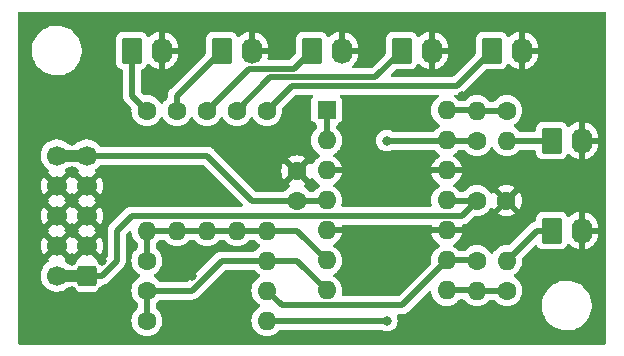
<source format=gbr>
%TF.GenerationSoftware,KiCad,Pcbnew,(6.0.5)*%
%TF.CreationDate,2022-06-03T17:18:30-04:00*%
%TF.ProjectId,minimixer,6d696e69-6d69-4786-9572-2e6b69636164,rev?*%
%TF.SameCoordinates,Original*%
%TF.FileFunction,Copper,L2,Bot*%
%TF.FilePolarity,Positive*%
%FSLAX46Y46*%
G04 Gerber Fmt 4.6, Leading zero omitted, Abs format (unit mm)*
G04 Created by KiCad (PCBNEW (6.0.5)) date 2022-06-03 17:18:30*
%MOMM*%
%LPD*%
G01*
G04 APERTURE LIST*
G04 Aperture macros list*
%AMRoundRect*
0 Rectangle with rounded corners*
0 $1 Rounding radius*
0 $2 $3 $4 $5 $6 $7 $8 $9 X,Y pos of 4 corners*
0 Add a 4 corners polygon primitive as box body*
4,1,4,$2,$3,$4,$5,$6,$7,$8,$9,$2,$3,0*
0 Add four circle primitives for the rounded corners*
1,1,$1+$1,$2,$3*
1,1,$1+$1,$4,$5*
1,1,$1+$1,$6,$7*
1,1,$1+$1,$8,$9*
0 Add four rect primitives between the rounded corners*
20,1,$1+$1,$2,$3,$4,$5,0*
20,1,$1+$1,$4,$5,$6,$7,0*
20,1,$1+$1,$6,$7,$8,$9,0*
20,1,$1+$1,$8,$9,$2,$3,0*%
G04 Aperture macros list end*
%TA.AperFunction,ComponentPad*%
%ADD10C,1.600000*%
%TD*%
%TA.AperFunction,ComponentPad*%
%ADD11O,1.600000X1.600000*%
%TD*%
%TA.AperFunction,ComponentPad*%
%ADD12RoundRect,0.250000X-0.620000X-0.845000X0.620000X-0.845000X0.620000X0.845000X-0.620000X0.845000X0*%
%TD*%
%TA.AperFunction,ComponentPad*%
%ADD13O,1.740000X2.190000*%
%TD*%
%TA.AperFunction,ComponentPad*%
%ADD14RoundRect,0.250000X0.600000X0.600000X-0.600000X0.600000X-0.600000X-0.600000X0.600000X-0.600000X0*%
%TD*%
%TA.AperFunction,ComponentPad*%
%ADD15C,1.700000*%
%TD*%
%TA.AperFunction,ComponentPad*%
%ADD16R,1.600000X1.600000*%
%TD*%
%TA.AperFunction,ViaPad*%
%ADD17C,0.800000*%
%TD*%
%TA.AperFunction,Conductor*%
%ADD18C,0.508000*%
%TD*%
%TA.AperFunction,Conductor*%
%ADD19C,1.000000*%
%TD*%
G04 APERTURE END LIST*
D10*
%TO.P,R2,1*%
%TO.N,/IN2*%
X77470000Y-139700000D03*
D11*
%TO.P,R2,2*%
%TO.N,/SUM_IN*%
X77470000Y-149860000D03*
%TD*%
D10*
%TO.P,R3,1*%
%TO.N,/IN3*%
X80010000Y-139700000D03*
D11*
%TO.P,R3,2*%
%TO.N,/SUM_IN*%
X80010000Y-149860000D03*
%TD*%
D12*
%TO.P,J3,1,Pin_1*%
%TO.N,/IN3*%
X88900000Y-134620000D03*
D13*
%TO.P,J3,2,Pin_2*%
%TO.N,GND*%
X91440000Y-134620000D03*
%TD*%
D12*
%TO.P,J6,1,Pin_1*%
%TO.N,/ANALOG OUT*%
X109220000Y-142240000D03*
D13*
%TO.P,J6,2,Pin_2*%
%TO.N,GND*%
X111760000Y-142240000D03*
%TD*%
D10*
%TO.P,R12,1*%
%TO.N,/INV_LO_OUT*%
X105410000Y-154940000D03*
D11*
%TO.P,R12,2*%
%TO.N,/LINE_OUT*%
X105410000Y-152400000D03*
%TD*%
D12*
%TO.P,J2,1,Pin_1*%
%TO.N,/IN2*%
X81280000Y-134620000D03*
D13*
%TO.P,J2,2,Pin_2*%
%TO.N,GND*%
X83820000Y-134620000D03*
%TD*%
D10*
%TO.P,R1,1*%
%TO.N,/IN1*%
X74930000Y-139700000D03*
D11*
%TO.P,R1,2*%
%TO.N,/SUM_IN*%
X74930000Y-149860000D03*
%TD*%
D10*
%TO.P,R4,1*%
%TO.N,/IN4*%
X82550000Y-139700000D03*
D11*
%TO.P,R4,2*%
%TO.N,/SUM_IN*%
X82550000Y-149860000D03*
%TD*%
D10*
%TO.P,C1,1*%
%TO.N,+12V*%
X87630000Y-147320000D03*
%TO.P,C1,2*%
%TO.N,GND*%
X87630000Y-144820000D03*
%TD*%
%TO.P,R10,1*%
%TO.N,/MIX*%
X74930000Y-154940000D03*
D11*
%TO.P,R10,2*%
%TO.N,/INV_LO_IN*%
X85090000Y-154940000D03*
%TD*%
D10*
%TO.P,R11,1*%
%TO.N,/INV_LO_IN*%
X102870000Y-152400000D03*
D11*
%TO.P,R11,2*%
%TO.N,/INV_LO_OUT*%
X102870000Y-154940000D03*
%TD*%
D10*
%TO.P,R6,1*%
%TO.N,/SUM_IN*%
X74930000Y-152400000D03*
D11*
%TO.P,R6,2*%
%TO.N,/MIX*%
X85090000Y-152400000D03*
%TD*%
D10*
%TO.P,R7,1*%
%TO.N,/MIX*%
X74930000Y-157480000D03*
D11*
%TO.P,R7,2*%
%TO.N,/INV_AO_IN*%
X85090000Y-157480000D03*
%TD*%
D14*
%TO.P,J7,1,Pin_1*%
%TO.N,-12V*%
X69850000Y-153670000D03*
D15*
%TO.P,J7,2,Pin_2*%
X67310000Y-153670000D03*
%TO.P,J7,3,Pin_3*%
%TO.N,GND*%
X69850000Y-151130000D03*
%TO.P,J7,4,Pin_4*%
X67310000Y-151130000D03*
%TO.P,J7,5,Pin_5*%
X69850000Y-148590000D03*
%TO.P,J7,6,Pin_6*%
X67310000Y-148590000D03*
%TO.P,J7,7,Pin_7*%
X69850000Y-146050000D03*
%TO.P,J7,8,Pin_8*%
X67310000Y-146050000D03*
%TO.P,J7,9,Pin_9*%
%TO.N,+12V*%
X69850000Y-143510000D03*
%TO.P,J7,10,Pin_10*%
X67310000Y-143510000D03*
%TD*%
D10*
%TO.P,R8,1*%
%TO.N,/INV_AO_IN*%
X102870000Y-142240000D03*
D11*
%TO.P,R8,2*%
%TO.N,/INV_AO_OUT*%
X102870000Y-139700000D03*
%TD*%
D10*
%TO.P,R9,1*%
%TO.N,/INV_AO_OUT*%
X105410000Y-139700000D03*
D11*
%TO.P,R9,2*%
%TO.N,/ANALOG OUT*%
X105410000Y-142240000D03*
%TD*%
D12*
%TO.P,J5,1,Pin_1*%
%TO.N,/IN5*%
X104140000Y-134620000D03*
D13*
%TO.P,J5,2,Pin_2*%
%TO.N,GND*%
X106680000Y-134620000D03*
%TD*%
D10*
%TO.P,R5,1*%
%TO.N,/IN5*%
X85090000Y-139700000D03*
D11*
%TO.P,R5,2*%
%TO.N,/SUM_IN*%
X85090000Y-149860000D03*
%TD*%
%TO.P,U1,14*%
%TO.N,/INV_AO_OUT*%
X100310000Y-139695000D03*
%TO.P,U1,13,-*%
%TO.N,/INV_AO_IN*%
X100310000Y-142235000D03*
%TO.P,U1,12,+*%
%TO.N,GND*%
X100310000Y-144775000D03*
%TO.P,U1,11,V-*%
%TO.N,-12V*%
X100310000Y-147315000D03*
%TO.P,U1,10,+*%
%TO.N,GND*%
X100310000Y-149855000D03*
%TO.P,U1,9,-*%
%TO.N,/INV_LO_IN*%
X100310000Y-152395000D03*
%TO.P,U1,8*%
%TO.N,/INV_LO_OUT*%
X100310000Y-154935000D03*
%TO.P,U1,7*%
%TO.N,/MIX*%
X90150000Y-154935000D03*
%TO.P,U1,6,-*%
%TO.N,/SUM_IN*%
X90150000Y-152395000D03*
%TO.P,U1,5,+*%
%TO.N,GND*%
X90150000Y-149855000D03*
%TO.P,U1,4,V+*%
%TO.N,+12V*%
X90150000Y-147315000D03*
%TO.P,U1,3,+*%
%TO.N,GND*%
X90150000Y-144775000D03*
%TO.P,U1,2,-*%
%TO.N,Net-(U1-Pad1)*%
X90150000Y-142235000D03*
D16*
%TO.P,U1,1*%
X90150000Y-139695000D03*
%TD*%
D12*
%TO.P,J8,1,Pin_1*%
%TO.N,/LINE_OUT*%
X109220000Y-149860000D03*
D13*
%TO.P,J8,2,Pin_2*%
%TO.N,GND*%
X111760000Y-149860000D03*
%TD*%
D12*
%TO.P,J4,1,Pin_1*%
%TO.N,/IN4*%
X96520000Y-134620000D03*
D13*
%TO.P,J4,2,Pin_2*%
%TO.N,GND*%
X99060000Y-134620000D03*
%TD*%
D12*
%TO.P,J1,1,Pin_1*%
%TO.N,/IN1*%
X73660000Y-134620000D03*
D13*
%TO.P,J1,2,Pin_2*%
%TO.N,GND*%
X76200000Y-134620000D03*
%TD*%
D10*
%TO.P,C2,1*%
%TO.N,GND*%
X105370000Y-147320000D03*
%TO.P,C2,2*%
%TO.N,-12V*%
X102870000Y-147320000D03*
%TD*%
D17*
%TO.N,GND*%
X105410000Y-144780000D03*
X102870000Y-144780000D03*
X105410000Y-157480000D03*
X102870000Y-157480000D03*
X101600000Y-156210000D03*
X93980000Y-146050000D03*
X68580000Y-142240000D03*
X64770000Y-140970000D03*
X83820000Y-151130000D03*
X66040000Y-154940000D03*
X73660000Y-153670000D03*
X97790000Y-132080000D03*
X91440000Y-140970000D03*
X97790000Y-144780000D03*
X97790000Y-152400000D03*
X107950000Y-132080000D03*
X71120000Y-139700000D03*
X113030000Y-154940000D03*
X97790000Y-149860000D03*
X66040000Y-149860000D03*
X99060000Y-146050000D03*
X69850000Y-138430000D03*
X106680000Y-138430000D03*
X110490000Y-132080000D03*
X104140000Y-148590000D03*
X96520000Y-140970000D03*
X73660000Y-156210000D03*
X82550000Y-154940000D03*
X66040000Y-137160000D03*
X68580000Y-152400000D03*
X93980000Y-143510000D03*
X74930000Y-142240000D03*
X86360000Y-140970000D03*
X78740000Y-153670000D03*
X86360000Y-146050000D03*
X105410000Y-132080000D03*
X107950000Y-157480000D03*
X92710000Y-154940000D03*
X76200000Y-158750000D03*
X67310000Y-156210000D03*
X109220000Y-135890000D03*
X69850000Y-156210000D03*
X110490000Y-144780000D03*
X101600000Y-138430000D03*
X71120000Y-152400000D03*
X110490000Y-139700000D03*
X86360000Y-143510000D03*
X77470000Y-142240000D03*
X78740000Y-158750000D03*
X92710000Y-149860000D03*
X90170000Y-132080000D03*
X100330000Y-132080000D03*
X96520000Y-146050000D03*
X104140000Y-146050000D03*
X69850000Y-140970000D03*
X110490000Y-134620000D03*
X107950000Y-137160000D03*
X111760000Y-135890000D03*
X104140000Y-151130000D03*
X77470000Y-152400000D03*
X67310000Y-158750000D03*
X91440000Y-158750000D03*
X91440000Y-143510000D03*
X78740000Y-144780000D03*
X113030000Y-134620000D03*
X83820000Y-140970000D03*
X107950000Y-144780000D03*
X102870000Y-149860000D03*
X78740000Y-147320000D03*
X110490000Y-137160000D03*
X68580000Y-147320000D03*
X71120000Y-133350000D03*
X107950000Y-139700000D03*
X81280000Y-151130000D03*
X66040000Y-132080000D03*
X99060000Y-151130000D03*
X96520000Y-143510000D03*
X82550000Y-142240000D03*
X83820000Y-143510000D03*
X71120000Y-134620000D03*
X71120000Y-142240000D03*
X69850000Y-158750000D03*
X76200000Y-156210000D03*
X83820000Y-153670000D03*
X88900000Y-146050000D03*
X68580000Y-144780000D03*
X113030000Y-132080000D03*
X71120000Y-137160000D03*
X113030000Y-137160000D03*
X106680000Y-140970000D03*
X87630000Y-139700000D03*
X101600000Y-151130000D03*
X104140000Y-158750000D03*
X72390000Y-146050000D03*
X93980000Y-151130000D03*
X92710000Y-139700000D03*
X78740000Y-151130000D03*
X88900000Y-158750000D03*
X113030000Y-157480000D03*
X77470000Y-132080000D03*
X106680000Y-158750000D03*
X99060000Y-156210000D03*
X74930000Y-137160000D03*
X64770000Y-158750000D03*
X86360000Y-158750000D03*
X109220000Y-133350000D03*
X106680000Y-153670000D03*
X74930000Y-132080000D03*
X97790000Y-147320000D03*
X96520000Y-151130000D03*
X64770000Y-148590000D03*
X72390000Y-156210000D03*
X113030000Y-152400000D03*
X88900000Y-143510000D03*
X86360000Y-134620000D03*
X92710000Y-152400000D03*
X64770000Y-146050000D03*
X101600000Y-158750000D03*
X106680000Y-148590000D03*
X72390000Y-140970000D03*
X109220000Y-153670000D03*
X80010000Y-142240000D03*
X92710000Y-144780000D03*
X66040000Y-152400000D03*
X101600000Y-146050000D03*
X64770000Y-143510000D03*
X76200000Y-151130000D03*
X69850000Y-132080000D03*
X78740000Y-156210000D03*
X77470000Y-157480000D03*
X64770000Y-133350000D03*
X87630000Y-132080000D03*
X110490000Y-147320000D03*
X72390000Y-132080000D03*
X66040000Y-139700000D03*
X95250000Y-132080000D03*
X91440000Y-153670000D03*
X99060000Y-158750000D03*
X81280000Y-158750000D03*
X80010000Y-146050000D03*
X83820000Y-156210000D03*
X102870000Y-132080000D03*
X76200000Y-140970000D03*
X71120000Y-144780000D03*
X93980000Y-140970000D03*
X104140000Y-138430000D03*
X97790000Y-157480000D03*
X107950000Y-154940000D03*
X91440000Y-146050000D03*
X96520000Y-153670000D03*
X80010000Y-132080000D03*
X111760000Y-153670000D03*
X113030000Y-139700000D03*
X104140000Y-143510000D03*
X64770000Y-138430000D03*
X83820000Y-158750000D03*
X68580000Y-154940000D03*
X78740000Y-133350000D03*
X72390000Y-138430000D03*
X71120000Y-147320000D03*
X88900000Y-140970000D03*
X85090000Y-142240000D03*
X95250000Y-139700000D03*
X71120000Y-157480000D03*
X72390000Y-158750000D03*
X109220000Y-146050000D03*
X99060000Y-140970000D03*
X76200000Y-153670000D03*
X67310000Y-140970000D03*
X71120000Y-154940000D03*
X81280000Y-147320000D03*
X87630000Y-142240000D03*
X76200000Y-138430000D03*
X77470000Y-146050000D03*
X106680000Y-156210000D03*
X68580000Y-139700000D03*
X78740000Y-140970000D03*
X66040000Y-147320000D03*
X107950000Y-147320000D03*
X64770000Y-153670000D03*
X111760000Y-146050000D03*
X97790000Y-139700000D03*
X71120000Y-149860000D03*
X93980000Y-153670000D03*
X67310000Y-138430000D03*
X66040000Y-142240000D03*
X66040000Y-157480000D03*
X91440000Y-151130000D03*
X64770000Y-156210000D03*
X101600000Y-134620000D03*
X64770000Y-135890000D03*
X110490000Y-152400000D03*
X73660000Y-151130000D03*
X113030000Y-147320000D03*
X106680000Y-143510000D03*
X73660000Y-144780000D03*
X78105000Y-135890000D03*
X93980000Y-158750000D03*
X106680000Y-146050000D03*
X68580000Y-149860000D03*
X64770000Y-151130000D03*
X81280000Y-140970000D03*
X109220000Y-158750000D03*
X76200000Y-144780000D03*
X100330000Y-157480000D03*
X105410000Y-137160000D03*
X104140000Y-156210000D03*
X92710000Y-147320000D03*
X92710000Y-142240000D03*
X107950000Y-152400000D03*
X74930000Y-146050000D03*
X69850000Y-135890000D03*
X101600000Y-143510000D03*
X66040000Y-144780000D03*
X82550000Y-157480000D03*
X73660000Y-158750000D03*
X92710000Y-132080000D03*
X82550000Y-132080000D03*
X111760000Y-133350000D03*
X111760000Y-158750000D03*
X81280000Y-156210000D03*
X99060000Y-143510000D03*
X76200000Y-147320000D03*
X68580000Y-137160000D03*
X113030000Y-144780000D03*
X73660000Y-147320000D03*
X85090000Y-132080000D03*
X68580000Y-157480000D03*
X93980000Y-134620000D03*
X96520000Y-158750000D03*
%TO.N,/INV_AO_IN*%
X95250000Y-157480000D03*
X95250000Y-142240000D03*
%TD*%
D18*
%TO.N,+12V*%
X83820000Y-147320000D02*
X80010000Y-143510000D01*
X87630000Y-147320000D02*
X90145000Y-147320000D01*
X83820000Y-147320000D02*
X87630000Y-147320000D01*
X80010000Y-143510000D02*
X69850000Y-143510000D01*
D19*
X67310000Y-143510000D02*
X69850000Y-143510000D01*
D18*
X90145000Y-147320000D02*
X90150000Y-147315000D01*
%TO.N,-12V*%
X100315000Y-147320000D02*
X100310000Y-147315000D01*
D19*
X67310000Y-153670000D02*
X69850000Y-153670000D01*
D18*
X101600000Y-148590000D02*
X73660000Y-148590000D01*
X102870000Y-147320000D02*
X101600000Y-148590000D01*
X72390000Y-152400000D02*
X71120000Y-153670000D01*
X102870000Y-147320000D02*
X100315000Y-147320000D01*
X71120000Y-153670000D02*
X69850000Y-153670000D01*
X73660000Y-148590000D02*
X72390000Y-149860000D01*
X72390000Y-149860000D02*
X72390000Y-152400000D01*
%TO.N,/IN1*%
X73660000Y-138430000D02*
X74930000Y-139700000D01*
X73660000Y-134620000D02*
X73660000Y-138430000D01*
%TO.N,/IN2*%
X77470000Y-138430000D02*
X77470000Y-139700000D01*
X81280000Y-134620000D02*
X77470000Y-138430000D01*
%TO.N,/IN3*%
X83541480Y-136168520D02*
X87351480Y-136168520D01*
X87351480Y-136168520D02*
X88900000Y-134620000D01*
X80010000Y-139700000D02*
X83541480Y-136168520D01*
%TO.N,/IN4*%
X82550000Y-139700000D02*
X85373960Y-136876040D01*
X94263960Y-136876040D02*
X96520000Y-134620000D01*
X85373960Y-136876040D02*
X94263960Y-136876040D01*
%TO.N,/IN5*%
X87206440Y-137583560D02*
X101176440Y-137583560D01*
X85090000Y-139700000D02*
X87206440Y-137583560D01*
X101176440Y-137583560D02*
X104140000Y-134620000D01*
%TO.N,/ANALOG OUT*%
X105410000Y-142240000D02*
X109220000Y-142240000D01*
%TO.N,/SUM_IN*%
X85090000Y-149860000D02*
X87615000Y-149860000D01*
X87615000Y-149860000D02*
X90150000Y-152395000D01*
X74930000Y-149860000D02*
X74930000Y-152400000D01*
X85090000Y-149860000D02*
X74930000Y-149860000D01*
%TO.N,/LINE_OUT*%
X109220000Y-149860000D02*
X107950000Y-149860000D01*
X107950000Y-149860000D02*
X105410000Y-152400000D01*
%TO.N,/MIX*%
X78740000Y-154940000D02*
X74930000Y-154940000D01*
X85090000Y-152400000D02*
X81280000Y-152400000D01*
X74930000Y-154940000D02*
X74930000Y-157480000D01*
X87615000Y-152400000D02*
X90150000Y-154935000D01*
X81280000Y-152400000D02*
X78740000Y-154940000D01*
X85090000Y-152400000D02*
X87615000Y-152400000D01*
%TO.N,/INV_AO_IN*%
X100315000Y-142240000D02*
X100310000Y-142235000D01*
X95250000Y-157480000D02*
X85090000Y-157480000D01*
X100305000Y-142240000D02*
X100310000Y-142235000D01*
X95250000Y-142240000D02*
X100305000Y-142240000D01*
X102870000Y-142240000D02*
X100315000Y-142240000D01*
%TO.N,/INV_AO_OUT*%
X102870000Y-139700000D02*
X105410000Y-139700000D01*
X102865000Y-139695000D02*
X102870000Y-139700000D01*
X100310000Y-139695000D02*
X102865000Y-139695000D01*
%TO.N,/INV_LO_IN*%
X100310000Y-152395000D02*
X102865000Y-152395000D01*
X96516489Y-156188511D02*
X100310000Y-152395000D01*
X86338511Y-156188511D02*
X96516489Y-156188511D01*
X85090000Y-154940000D02*
X86338511Y-156188511D01*
X102865000Y-152395000D02*
X102870000Y-152400000D01*
%TO.N,/INV_LO_OUT*%
X102870000Y-154940000D02*
X105410000Y-154940000D01*
X100310000Y-154935000D02*
X102865000Y-154935000D01*
X102865000Y-154935000D02*
X102870000Y-154940000D01*
%TO.N,Net-(U1-Pad1)*%
X90150000Y-139695000D02*
X90150000Y-142235000D01*
%TD*%
%TA.AperFunction,Conductor*%
%TO.N,GND*%
G36*
X113733621Y-131338502D02*
G01*
X113780114Y-131392158D01*
X113791500Y-131444500D01*
X113791500Y-159385500D01*
X113771498Y-159453621D01*
X113717842Y-159500114D01*
X113665500Y-159511500D01*
X64134500Y-159511500D01*
X64066379Y-159491498D01*
X64019886Y-159437842D01*
X64008500Y-159385500D01*
X64008500Y-153636695D01*
X65947251Y-153636695D01*
X65947548Y-153641848D01*
X65947548Y-153641851D01*
X65952762Y-153732278D01*
X65960110Y-153859715D01*
X65961247Y-153864761D01*
X65961248Y-153864767D01*
X65976558Y-153932699D01*
X66009222Y-154077639D01*
X66070673Y-154228976D01*
X66091103Y-154279288D01*
X66093266Y-154284616D01*
X66134816Y-154352419D01*
X66174453Y-154417101D01*
X66209987Y-154475088D01*
X66356250Y-154643938D01*
X66528126Y-154786632D01*
X66721000Y-154899338D01*
X66929692Y-154979030D01*
X66934760Y-154980061D01*
X66934763Y-154980062D01*
X67035180Y-155000492D01*
X67148597Y-155023567D01*
X67153772Y-155023757D01*
X67153774Y-155023757D01*
X67366673Y-155031564D01*
X67366677Y-155031564D01*
X67371837Y-155031753D01*
X67376957Y-155031097D01*
X67376959Y-155031097D01*
X67588288Y-155004025D01*
X67588289Y-155004025D01*
X67593416Y-155003368D01*
X67638567Y-154989822D01*
X67802429Y-154940661D01*
X67802434Y-154940659D01*
X67807384Y-154939174D01*
X68007994Y-154840896D01*
X68189860Y-154711173D01*
X68192886Y-154708157D01*
X68257588Y-154679570D01*
X68273976Y-154678500D01*
X68540572Y-154678500D01*
X68608693Y-154698502D01*
X68642495Y-154732888D01*
X68643125Y-154732388D01*
X68647668Y-154738120D01*
X68651522Y-154744348D01*
X68776697Y-154869305D01*
X68782927Y-154873145D01*
X68782928Y-154873146D01*
X68920090Y-154957694D01*
X68927262Y-154962115D01*
X69007005Y-154988564D01*
X69088611Y-155015632D01*
X69088613Y-155015632D01*
X69095139Y-155017797D01*
X69101975Y-155018497D01*
X69101978Y-155018498D01*
X69141372Y-155022534D01*
X69199600Y-155028500D01*
X70500400Y-155028500D01*
X70503646Y-155028163D01*
X70503650Y-155028163D01*
X70599308Y-155018238D01*
X70599312Y-155018237D01*
X70606166Y-155017526D01*
X70612702Y-155015345D01*
X70612704Y-155015345D01*
X70744806Y-154971272D01*
X70773946Y-154961550D01*
X70924348Y-154868478D01*
X71049305Y-154743303D01*
X71071736Y-154706913D01*
X71138275Y-154598968D01*
X71138276Y-154598966D01*
X71142115Y-154592738D01*
X71170614Y-154506816D01*
X71211045Y-154448456D01*
X71264787Y-154423268D01*
X71270426Y-154422809D01*
X71277388Y-154420554D01*
X71283386Y-154419355D01*
X71289335Y-154417949D01*
X71296607Y-154417101D01*
X71303489Y-154414603D01*
X71303493Y-154414602D01*
X71365607Y-154392055D01*
X71369711Y-154390645D01*
X71439575Y-154368013D01*
X71445838Y-154364213D01*
X71451380Y-154361675D01*
X71456856Y-154358933D01*
X71463741Y-154356434D01*
X71525132Y-154316185D01*
X71528800Y-154313870D01*
X71591581Y-154275773D01*
X71595786Y-154272059D01*
X71595789Y-154272057D01*
X71600005Y-154268333D01*
X71600031Y-154268362D01*
X71602962Y-154265762D01*
X71606316Y-154262958D01*
X71612435Y-154258946D01*
X71665989Y-154202413D01*
X71668366Y-154199972D01*
X72881528Y-152986810D01*
X72895941Y-152974423D01*
X72907665Y-152965795D01*
X72913564Y-152961454D01*
X72947979Y-152920945D01*
X72954909Y-152913429D01*
X72960653Y-152907685D01*
X72962927Y-152904811D01*
X72962933Y-152904804D01*
X72978372Y-152885289D01*
X72981163Y-152881885D01*
X73023945Y-152831528D01*
X73023948Y-152831524D01*
X73028684Y-152825949D01*
X73032012Y-152819432D01*
X73035389Y-152814368D01*
X73038616Y-152809144D01*
X73043160Y-152803400D01*
X73074232Y-152736918D01*
X73076163Y-152732967D01*
X73106213Y-152674117D01*
X73109543Y-152667596D01*
X73111284Y-152660481D01*
X73113421Y-152654735D01*
X73115345Y-152648952D01*
X73118444Y-152642321D01*
X73133394Y-152570443D01*
X73134363Y-152566162D01*
X73137655Y-152552711D01*
X73151804Y-152494888D01*
X73152500Y-152483670D01*
X73152539Y-152483672D01*
X73152772Y-152479771D01*
X73153161Y-152475412D01*
X73154652Y-152468244D01*
X73152546Y-152390423D01*
X73152500Y-152387014D01*
X73152500Y-150228028D01*
X73172502Y-150159907D01*
X73189405Y-150138933D01*
X73413516Y-149914822D01*
X73475828Y-149880796D01*
X73546643Y-149885861D01*
X73603479Y-149928408D01*
X73628132Y-149992935D01*
X73631260Y-150028684D01*
X73636457Y-150088087D01*
X73637881Y-150093400D01*
X73637881Y-150093402D01*
X73647031Y-150127548D01*
X73695716Y-150309243D01*
X73698039Y-150314224D01*
X73698039Y-150314225D01*
X73790151Y-150511762D01*
X73790154Y-150511767D01*
X73792477Y-150516749D01*
X73795634Y-150521257D01*
X73917903Y-150695875D01*
X73923802Y-150704300D01*
X74085700Y-150866198D01*
X74090212Y-150869357D01*
X74090214Y-150869359D01*
X74113772Y-150885855D01*
X74158100Y-150941312D01*
X74167500Y-150989067D01*
X74167500Y-151270933D01*
X74147498Y-151339054D01*
X74113772Y-151374145D01*
X74090214Y-151390641D01*
X74085700Y-151393802D01*
X73923802Y-151555700D01*
X73920645Y-151560208D01*
X73920643Y-151560211D01*
X73884031Y-151612498D01*
X73792477Y-151743251D01*
X73790154Y-151748233D01*
X73790151Y-151748238D01*
X73698039Y-151945775D01*
X73695716Y-151950757D01*
X73636457Y-152171913D01*
X73616502Y-152400000D01*
X73636457Y-152628087D01*
X73637881Y-152633400D01*
X73637881Y-152633402D01*
X73686919Y-152816411D01*
X73695716Y-152849243D01*
X73698039Y-152854224D01*
X73698039Y-152854225D01*
X73790151Y-153051762D01*
X73790154Y-153051767D01*
X73792477Y-153056749D01*
X73795634Y-153061257D01*
X73904146Y-153216228D01*
X73923802Y-153244300D01*
X74085700Y-153406198D01*
X74090208Y-153409355D01*
X74090211Y-153409357D01*
X74168389Y-153464098D01*
X74273251Y-153537523D01*
X74278233Y-153539846D01*
X74278238Y-153539849D01*
X74312457Y-153555805D01*
X74365742Y-153602722D01*
X74385203Y-153670999D01*
X74364661Y-153738959D01*
X74312457Y-153784195D01*
X74278238Y-153800151D01*
X74278233Y-153800154D01*
X74273251Y-153802477D01*
X74198888Y-153854547D01*
X74090211Y-153930643D01*
X74090208Y-153930645D01*
X74085700Y-153933802D01*
X73923802Y-154095700D01*
X73920645Y-154100208D01*
X73920643Y-154100211D01*
X73892366Y-154140595D01*
X73792477Y-154283251D01*
X73790154Y-154288233D01*
X73790151Y-154288238D01*
X73698039Y-154485775D01*
X73695716Y-154490757D01*
X73694294Y-154496065D01*
X73694293Y-154496067D01*
X73672051Y-154579074D01*
X73636457Y-154711913D01*
X73616502Y-154940000D01*
X73636457Y-155168087D01*
X73637881Y-155173400D01*
X73637881Y-155173402D01*
X73653277Y-155230858D01*
X73695716Y-155389243D01*
X73698039Y-155394224D01*
X73698039Y-155394225D01*
X73790151Y-155591762D01*
X73790154Y-155591767D01*
X73792477Y-155596749D01*
X73822949Y-155640267D01*
X73917179Y-155774841D01*
X73923802Y-155784300D01*
X74085700Y-155946198D01*
X74090212Y-155949357D01*
X74090214Y-155949359D01*
X74113772Y-155965855D01*
X74158100Y-156021312D01*
X74167500Y-156069067D01*
X74167500Y-156350933D01*
X74147498Y-156419054D01*
X74113772Y-156454145D01*
X74090214Y-156470641D01*
X74085700Y-156473802D01*
X73923802Y-156635700D01*
X73920645Y-156640208D01*
X73920643Y-156640211D01*
X73914205Y-156649406D01*
X73792477Y-156823251D01*
X73790154Y-156828233D01*
X73790151Y-156828238D01*
X73730699Y-156955735D01*
X73695716Y-157030757D01*
X73694294Y-157036065D01*
X73694293Y-157036067D01*
X73637881Y-157246598D01*
X73636457Y-157251913D01*
X73616502Y-157480000D01*
X73636457Y-157708087D01*
X73637881Y-157713400D01*
X73637881Y-157713402D01*
X73674355Y-157849522D01*
X73695716Y-157929243D01*
X73698039Y-157934224D01*
X73698039Y-157934225D01*
X73790151Y-158131762D01*
X73790154Y-158131767D01*
X73792477Y-158136749D01*
X73863399Y-158238036D01*
X73919741Y-158318500D01*
X73923802Y-158324300D01*
X74085700Y-158486198D01*
X74090208Y-158489355D01*
X74090211Y-158489357D01*
X74168389Y-158544098D01*
X74273251Y-158617523D01*
X74278233Y-158619846D01*
X74278238Y-158619849D01*
X74475775Y-158711961D01*
X74480757Y-158714284D01*
X74486065Y-158715706D01*
X74486067Y-158715707D01*
X74696598Y-158772119D01*
X74696600Y-158772119D01*
X74701913Y-158773543D01*
X74930000Y-158793498D01*
X75158087Y-158773543D01*
X75163400Y-158772119D01*
X75163402Y-158772119D01*
X75373933Y-158715707D01*
X75373935Y-158715706D01*
X75379243Y-158714284D01*
X75384225Y-158711961D01*
X75581762Y-158619849D01*
X75581767Y-158619846D01*
X75586749Y-158617523D01*
X75691611Y-158544098D01*
X75769789Y-158489357D01*
X75769792Y-158489355D01*
X75774300Y-158486198D01*
X75936198Y-158324300D01*
X75940260Y-158318500D01*
X75996601Y-158238036D01*
X76067523Y-158136749D01*
X76069846Y-158131767D01*
X76069849Y-158131762D01*
X76161961Y-157934225D01*
X76161961Y-157934224D01*
X76164284Y-157929243D01*
X76185646Y-157849522D01*
X76222119Y-157713402D01*
X76222119Y-157713400D01*
X76223543Y-157708087D01*
X76243498Y-157480000D01*
X76223543Y-157251913D01*
X76222119Y-157246598D01*
X76165707Y-157036067D01*
X76165706Y-157036065D01*
X76164284Y-157030757D01*
X76129301Y-156955735D01*
X76069849Y-156828238D01*
X76069846Y-156828233D01*
X76067523Y-156823251D01*
X75945795Y-156649406D01*
X75939357Y-156640211D01*
X75939355Y-156640208D01*
X75936198Y-156635700D01*
X75774300Y-156473802D01*
X75769786Y-156470641D01*
X75746228Y-156454145D01*
X75701900Y-156398688D01*
X75692500Y-156350933D01*
X75692500Y-156069067D01*
X75712502Y-156000946D01*
X75746228Y-155965855D01*
X75769786Y-155949359D01*
X75769788Y-155949357D01*
X75774300Y-155946198D01*
X75936198Y-155784300D01*
X75939699Y-155779300D01*
X75955855Y-155756228D01*
X76011312Y-155711900D01*
X76059067Y-155702500D01*
X78672624Y-155702500D01*
X78691574Y-155703933D01*
X78705973Y-155706124D01*
X78705979Y-155706124D01*
X78713208Y-155707224D01*
X78720500Y-155706631D01*
X78720503Y-155706631D01*
X78766183Y-155702915D01*
X78776398Y-155702500D01*
X78784525Y-155702500D01*
X78788161Y-155702076D01*
X78788163Y-155702076D01*
X78791615Y-155701673D01*
X78812924Y-155699189D01*
X78817244Y-155698762D01*
X78890426Y-155692809D01*
X78897388Y-155690553D01*
X78903376Y-155689357D01*
X78909333Y-155687949D01*
X78916607Y-155687101D01*
X78923489Y-155684603D01*
X78923493Y-155684602D01*
X78985607Y-155662055D01*
X78989711Y-155660645D01*
X79059575Y-155638013D01*
X79065838Y-155634213D01*
X79071380Y-155631675D01*
X79076856Y-155628933D01*
X79083741Y-155626434D01*
X79129769Y-155596257D01*
X79145132Y-155586185D01*
X79148800Y-155583870D01*
X79211581Y-155545773D01*
X79215786Y-155542059D01*
X79215789Y-155542057D01*
X79220005Y-155538333D01*
X79220031Y-155538362D01*
X79222962Y-155535762D01*
X79226316Y-155532958D01*
X79232435Y-155528946D01*
X79285989Y-155472413D01*
X79288366Y-155469972D01*
X81558933Y-153199405D01*
X81621245Y-153165379D01*
X81648028Y-153162500D01*
X83960933Y-153162500D01*
X84029054Y-153182502D01*
X84064145Y-153216228D01*
X84077140Y-153234786D01*
X84083802Y-153244300D01*
X84245700Y-153406198D01*
X84250208Y-153409355D01*
X84250211Y-153409357D01*
X84328389Y-153464098D01*
X84433251Y-153537523D01*
X84438233Y-153539846D01*
X84438238Y-153539849D01*
X84472457Y-153555805D01*
X84525742Y-153602722D01*
X84545203Y-153670999D01*
X84524661Y-153738959D01*
X84472457Y-153784195D01*
X84438238Y-153800151D01*
X84438233Y-153800154D01*
X84433251Y-153802477D01*
X84358888Y-153854547D01*
X84250211Y-153930643D01*
X84250208Y-153930645D01*
X84245700Y-153933802D01*
X84083802Y-154095700D01*
X84080645Y-154100208D01*
X84080643Y-154100211D01*
X84052366Y-154140595D01*
X83952477Y-154283251D01*
X83950154Y-154288233D01*
X83950151Y-154288238D01*
X83858039Y-154485775D01*
X83855716Y-154490757D01*
X83854294Y-154496065D01*
X83854293Y-154496067D01*
X83832051Y-154579074D01*
X83796457Y-154711913D01*
X83776502Y-154940000D01*
X83796457Y-155168087D01*
X83797881Y-155173400D01*
X83797881Y-155173402D01*
X83813277Y-155230858D01*
X83855716Y-155389243D01*
X83858039Y-155394224D01*
X83858039Y-155394225D01*
X83950151Y-155591762D01*
X83950154Y-155591767D01*
X83952477Y-155596749D01*
X83982949Y-155640267D01*
X84077179Y-155774841D01*
X84083802Y-155784300D01*
X84245700Y-155946198D01*
X84250208Y-155949355D01*
X84250214Y-155949359D01*
X84433251Y-156077523D01*
X84438233Y-156079846D01*
X84438238Y-156079849D01*
X84472457Y-156095805D01*
X84525742Y-156142722D01*
X84545203Y-156210999D01*
X84524661Y-156278959D01*
X84472457Y-156324195D01*
X84438238Y-156340151D01*
X84438233Y-156340154D01*
X84433251Y-156342477D01*
X84395321Y-156369036D01*
X84250211Y-156470643D01*
X84250208Y-156470645D01*
X84245700Y-156473802D01*
X84083802Y-156635700D01*
X84080645Y-156640208D01*
X84080643Y-156640211D01*
X84074205Y-156649406D01*
X83952477Y-156823251D01*
X83950154Y-156828233D01*
X83950151Y-156828238D01*
X83890699Y-156955735D01*
X83855716Y-157030757D01*
X83854294Y-157036065D01*
X83854293Y-157036067D01*
X83797881Y-157246598D01*
X83796457Y-157251913D01*
X83776502Y-157480000D01*
X83796457Y-157708087D01*
X83797881Y-157713400D01*
X83797881Y-157713402D01*
X83834355Y-157849522D01*
X83855716Y-157929243D01*
X83858039Y-157934224D01*
X83858039Y-157934225D01*
X83950151Y-158131762D01*
X83950154Y-158131767D01*
X83952477Y-158136749D01*
X84023399Y-158238036D01*
X84079741Y-158318500D01*
X84083802Y-158324300D01*
X84245700Y-158486198D01*
X84250208Y-158489355D01*
X84250211Y-158489357D01*
X84328389Y-158544098D01*
X84433251Y-158617523D01*
X84438233Y-158619846D01*
X84438238Y-158619849D01*
X84635775Y-158711961D01*
X84640757Y-158714284D01*
X84646065Y-158715706D01*
X84646067Y-158715707D01*
X84856598Y-158772119D01*
X84856600Y-158772119D01*
X84861913Y-158773543D01*
X85090000Y-158793498D01*
X85318087Y-158773543D01*
X85323400Y-158772119D01*
X85323402Y-158772119D01*
X85533933Y-158715707D01*
X85533935Y-158715706D01*
X85539243Y-158714284D01*
X85544225Y-158711961D01*
X85741762Y-158619849D01*
X85741767Y-158619846D01*
X85746749Y-158617523D01*
X85851611Y-158544098D01*
X85929789Y-158489357D01*
X85929792Y-158489355D01*
X85934300Y-158486198D01*
X86096198Y-158324300D01*
X86100259Y-158318500D01*
X86115855Y-158296228D01*
X86171312Y-158251900D01*
X86219067Y-158242500D01*
X94712919Y-158242500D01*
X94781040Y-158262502D01*
X94786980Y-158266564D01*
X94793248Y-158271118D01*
X94799276Y-158273802D01*
X94799278Y-158273803D01*
X94902565Y-158319789D01*
X94967712Y-158348794D01*
X95061113Y-158368647D01*
X95148056Y-158387128D01*
X95148061Y-158387128D01*
X95154513Y-158388500D01*
X95345487Y-158388500D01*
X95351939Y-158387128D01*
X95351944Y-158387128D01*
X95438887Y-158368647D01*
X95532288Y-158348794D01*
X95597435Y-158319789D01*
X95700722Y-158273803D01*
X95700724Y-158273802D01*
X95706752Y-158271118D01*
X95861253Y-158158866D01*
X95989040Y-158016944D01*
X96084527Y-157851556D01*
X96143542Y-157669928D01*
X96163504Y-157480000D01*
X96143542Y-157290072D01*
X96086965Y-157115947D01*
X96084937Y-157044980D01*
X96121600Y-156984182D01*
X96185312Y-156952856D01*
X96206798Y-156951011D01*
X96449113Y-156951011D01*
X96468063Y-156952444D01*
X96482462Y-156954635D01*
X96482468Y-156954635D01*
X96489697Y-156955735D01*
X96496989Y-156955142D01*
X96496992Y-156955142D01*
X96542672Y-156951426D01*
X96552887Y-156951011D01*
X96561014Y-156951011D01*
X96564650Y-156950587D01*
X96564652Y-156950587D01*
X96568104Y-156950184D01*
X96589413Y-156947700D01*
X96593733Y-156947273D01*
X96666915Y-156941320D01*
X96673877Y-156939064D01*
X96679865Y-156937868D01*
X96685822Y-156936460D01*
X96693096Y-156935612D01*
X96699978Y-156933114D01*
X96699982Y-156933113D01*
X96762096Y-156910566D01*
X96766200Y-156909156D01*
X96836064Y-156886524D01*
X96842327Y-156882724D01*
X96847869Y-156880186D01*
X96853345Y-156877444D01*
X96860230Y-156874945D01*
X96921621Y-156834696D01*
X96925289Y-156832381D01*
X96988070Y-156794284D01*
X96992275Y-156790570D01*
X96992278Y-156790568D01*
X96996494Y-156786844D01*
X96996520Y-156786873D01*
X96999451Y-156784273D01*
X97002805Y-156781469D01*
X97008924Y-156777457D01*
X97062478Y-156720924D01*
X97064855Y-156718483D01*
X97440635Y-156342703D01*
X108380743Y-156342703D01*
X108381302Y-156346947D01*
X108381302Y-156346951D01*
X108390462Y-156416525D01*
X108418268Y-156627734D01*
X108494129Y-156905036D01*
X108495813Y-156908984D01*
X108553821Y-157044980D01*
X108606923Y-157169476D01*
X108754561Y-157416161D01*
X108934313Y-157640528D01*
X109142851Y-157838423D01*
X109376317Y-158006186D01*
X109380112Y-158008195D01*
X109380113Y-158008196D01*
X109401869Y-158019715D01*
X109630392Y-158140712D01*
X109900373Y-158239511D01*
X110181264Y-158300755D01*
X110209841Y-158303004D01*
X110404282Y-158318307D01*
X110404291Y-158318307D01*
X110406739Y-158318500D01*
X110562271Y-158318500D01*
X110564407Y-158318354D01*
X110564418Y-158318354D01*
X110772548Y-158304165D01*
X110772554Y-158304164D01*
X110776825Y-158303873D01*
X110781020Y-158303004D01*
X110781022Y-158303004D01*
X110934994Y-158271118D01*
X111058342Y-158245574D01*
X111329343Y-158149607D01*
X111417362Y-158104177D01*
X111581005Y-158019715D01*
X111581006Y-158019715D01*
X111584812Y-158017750D01*
X111588313Y-158015289D01*
X111588317Y-158015287D01*
X111813139Y-157857279D01*
X111820023Y-157852441D01*
X111975366Y-157708087D01*
X112027479Y-157659661D01*
X112027481Y-157659658D01*
X112030622Y-157656740D01*
X112212713Y-157434268D01*
X112362927Y-157189142D01*
X112465386Y-156955735D01*
X112476757Y-156929830D01*
X112478483Y-156925898D01*
X112482851Y-156910566D01*
X112556068Y-156653534D01*
X112557244Y-156649406D01*
X112597751Y-156364784D01*
X112597845Y-156346951D01*
X112599235Y-156081583D01*
X112599235Y-156081576D01*
X112599257Y-156077297D01*
X112598629Y-156072523D01*
X112562292Y-155796522D01*
X112561732Y-155792266D01*
X112485871Y-155514964D01*
X112446701Y-155423132D01*
X112374763Y-155254476D01*
X112374761Y-155254472D01*
X112373077Y-155250524D01*
X112241753Y-155031097D01*
X112227643Y-155007521D01*
X112227640Y-155007517D01*
X112225439Y-155003839D01*
X112045687Y-154779472D01*
X111898747Y-154640031D01*
X111840258Y-154584527D01*
X111840255Y-154584525D01*
X111837149Y-154581577D01*
X111603683Y-154413814D01*
X111581843Y-154402250D01*
X111517180Y-154368013D01*
X111349608Y-154279288D01*
X111079627Y-154180489D01*
X110798736Y-154119245D01*
X110767685Y-154116801D01*
X110575718Y-154101693D01*
X110575709Y-154101693D01*
X110573261Y-154101500D01*
X110417729Y-154101500D01*
X110415593Y-154101646D01*
X110415582Y-154101646D01*
X110207452Y-154115835D01*
X110207446Y-154115836D01*
X110203175Y-154116127D01*
X110198980Y-154116996D01*
X110198978Y-154116996D01*
X110166258Y-154123772D01*
X109921658Y-154174426D01*
X109650657Y-154270393D01*
X109640233Y-154275773D01*
X109414941Y-154392055D01*
X109395188Y-154402250D01*
X109391687Y-154404711D01*
X109391683Y-154404713D01*
X109375167Y-154416321D01*
X109159977Y-154567559D01*
X109144892Y-154581577D01*
X108969730Y-154744348D01*
X108949378Y-154763260D01*
X108767287Y-154985732D01*
X108617073Y-155230858D01*
X108615347Y-155234791D01*
X108615346Y-155234792D01*
X108569876Y-155338376D01*
X108501517Y-155494102D01*
X108500342Y-155498229D01*
X108500341Y-155498230D01*
X108475286Y-155586185D01*
X108422756Y-155770594D01*
X108382249Y-156055216D01*
X108382227Y-156059505D01*
X108382226Y-156059512D01*
X108380765Y-156338417D01*
X108380743Y-156342703D01*
X97440635Y-156342703D01*
X98793516Y-154989822D01*
X98855828Y-154955796D01*
X98926643Y-154960861D01*
X98983479Y-155003408D01*
X99008132Y-155067935D01*
X99016457Y-155163087D01*
X99017880Y-155168399D01*
X99017881Y-155168402D01*
X99044408Y-155267399D01*
X99075716Y-155384243D01*
X99078039Y-155389224D01*
X99078039Y-155389225D01*
X99170151Y-155586762D01*
X99170154Y-155586767D01*
X99172477Y-155591749D01*
X99206450Y-155640267D01*
X99294816Y-155766466D01*
X99303802Y-155779300D01*
X99465700Y-155941198D01*
X99470208Y-155944355D01*
X99470211Y-155944357D01*
X99548389Y-155999098D01*
X99653251Y-156072523D01*
X99658233Y-156074846D01*
X99658238Y-156074849D01*
X99803794Y-156142722D01*
X99860757Y-156169284D01*
X99866065Y-156170706D01*
X99866067Y-156170707D01*
X100076598Y-156227119D01*
X100076600Y-156227119D01*
X100081913Y-156228543D01*
X100310000Y-156248498D01*
X100538087Y-156228543D01*
X100543400Y-156227119D01*
X100543402Y-156227119D01*
X100753933Y-156170707D01*
X100753935Y-156170706D01*
X100759243Y-156169284D01*
X100816206Y-156142722D01*
X100961762Y-156074849D01*
X100961767Y-156074846D01*
X100966749Y-156072523D01*
X101071611Y-155999098D01*
X101149789Y-155944357D01*
X101149792Y-155944355D01*
X101154300Y-155941198D01*
X101316198Y-155779300D01*
X101322294Y-155770594D01*
X101335855Y-155751228D01*
X101391312Y-155706900D01*
X101439067Y-155697500D01*
X101737432Y-155697500D01*
X101805553Y-155717502D01*
X101840644Y-155751227D01*
X101863802Y-155784300D01*
X102025700Y-155946198D01*
X102030208Y-155949355D01*
X102030214Y-155949359D01*
X102213251Y-156077523D01*
X102218233Y-156079846D01*
X102218238Y-156079849D01*
X102410034Y-156169284D01*
X102420757Y-156174284D01*
X102426065Y-156175706D01*
X102426067Y-156175707D01*
X102636598Y-156232119D01*
X102636600Y-156232119D01*
X102641913Y-156233543D01*
X102870000Y-156253498D01*
X103098087Y-156233543D01*
X103103400Y-156232119D01*
X103103402Y-156232119D01*
X103313933Y-156175707D01*
X103313935Y-156175706D01*
X103319243Y-156174284D01*
X103329966Y-156169284D01*
X103521762Y-156079849D01*
X103521767Y-156079846D01*
X103526749Y-156077523D01*
X103709786Y-155949359D01*
X103709792Y-155949355D01*
X103714300Y-155946198D01*
X103876198Y-155784300D01*
X103879699Y-155779300D01*
X103895855Y-155756228D01*
X103951312Y-155711900D01*
X103999067Y-155702500D01*
X104280933Y-155702500D01*
X104349054Y-155722502D01*
X104384145Y-155756228D01*
X104400301Y-155779300D01*
X104403802Y-155784300D01*
X104565700Y-155946198D01*
X104570208Y-155949355D01*
X104570214Y-155949359D01*
X104753251Y-156077523D01*
X104758233Y-156079846D01*
X104758238Y-156079849D01*
X104950034Y-156169284D01*
X104960757Y-156174284D01*
X104966065Y-156175706D01*
X104966067Y-156175707D01*
X105176598Y-156232119D01*
X105176600Y-156232119D01*
X105181913Y-156233543D01*
X105410000Y-156253498D01*
X105638087Y-156233543D01*
X105643400Y-156232119D01*
X105643402Y-156232119D01*
X105853933Y-156175707D01*
X105853935Y-156175706D01*
X105859243Y-156174284D01*
X105869966Y-156169284D01*
X106061762Y-156079849D01*
X106061767Y-156079846D01*
X106066749Y-156077523D01*
X106249786Y-155949359D01*
X106249792Y-155949355D01*
X106254300Y-155946198D01*
X106416198Y-155784300D01*
X106422822Y-155774841D01*
X106517051Y-155640267D01*
X106547523Y-155596749D01*
X106549846Y-155591767D01*
X106549849Y-155591762D01*
X106641961Y-155394225D01*
X106641961Y-155394224D01*
X106644284Y-155389243D01*
X106686724Y-155230858D01*
X106702119Y-155173402D01*
X106702119Y-155173400D01*
X106703543Y-155168087D01*
X106723498Y-154940000D01*
X106703543Y-154711913D01*
X106667949Y-154579074D01*
X106645707Y-154496067D01*
X106645706Y-154496065D01*
X106644284Y-154490757D01*
X106641961Y-154485775D01*
X106549849Y-154288238D01*
X106549846Y-154288233D01*
X106547523Y-154283251D01*
X106447634Y-154140595D01*
X106419357Y-154100211D01*
X106419355Y-154100208D01*
X106416198Y-154095700D01*
X106254300Y-153933802D01*
X106249792Y-153930645D01*
X106249789Y-153930643D01*
X106141112Y-153854547D01*
X106066749Y-153802477D01*
X106061767Y-153800154D01*
X106061762Y-153800151D01*
X106027543Y-153784195D01*
X105974258Y-153737278D01*
X105954797Y-153669001D01*
X105975339Y-153601041D01*
X106027543Y-153555805D01*
X106061762Y-153539849D01*
X106061767Y-153539846D01*
X106066749Y-153537523D01*
X106171611Y-153464098D01*
X106249789Y-153409357D01*
X106249792Y-153409355D01*
X106254300Y-153406198D01*
X106416198Y-153244300D01*
X106435855Y-153216228D01*
X106544366Y-153061257D01*
X106547523Y-153056749D01*
X106549846Y-153051767D01*
X106549849Y-153051762D01*
X106641961Y-152854225D01*
X106641961Y-152854224D01*
X106644284Y-152849243D01*
X106653082Y-152816411D01*
X106702119Y-152633402D01*
X106702119Y-152633400D01*
X106703543Y-152628087D01*
X106723498Y-152400000D01*
X106713804Y-152289203D01*
X106709700Y-152242289D01*
X106723689Y-152172684D01*
X106746126Y-152142212D01*
X107777186Y-151111152D01*
X107839498Y-151077126D01*
X107910313Y-151082191D01*
X107967149Y-151124738D01*
X107973425Y-151133944D01*
X108001522Y-151179348D01*
X108126697Y-151304305D01*
X108132927Y-151308145D01*
X108132928Y-151308146D01*
X108270090Y-151392694D01*
X108277262Y-151397115D01*
X108324654Y-151412834D01*
X108438611Y-151450632D01*
X108438613Y-151450632D01*
X108445139Y-151452797D01*
X108451975Y-151453497D01*
X108451978Y-151453498D01*
X108495031Y-151457909D01*
X108549600Y-151463500D01*
X109890400Y-151463500D01*
X109893646Y-151463163D01*
X109893650Y-151463163D01*
X109989308Y-151453238D01*
X109989312Y-151453237D01*
X109996166Y-151452526D01*
X110002702Y-151450345D01*
X110002704Y-151450345D01*
X110134806Y-151406272D01*
X110163946Y-151396550D01*
X110314348Y-151303478D01*
X110439305Y-151178303D01*
X110466649Y-151133944D01*
X110532115Y-151027738D01*
X110534132Y-151028982D01*
X110573537Y-150984225D01*
X110641813Y-150964761D01*
X110709774Y-150985300D01*
X110731989Y-151003785D01*
X110839924Y-151116930D01*
X110847892Y-151123979D01*
X111026952Y-151257203D01*
X111035982Y-151262802D01*
X111234931Y-151363953D01*
X111244792Y-151367956D01*
X111457929Y-151434138D01*
X111468309Y-151436420D01*
X111488043Y-151439036D01*
X111502207Y-151436840D01*
X111506000Y-151423655D01*
X111506000Y-151421627D01*
X112014000Y-151421627D01*
X112017973Y-151435158D01*
X112028580Y-151436683D01*
X112152188Y-151410748D01*
X112162384Y-151407688D01*
X112369952Y-151325716D01*
X112379489Y-151320982D01*
X112570285Y-151205204D01*
X112578878Y-151198938D01*
X112747441Y-151052667D01*
X112754861Y-151045036D01*
X112896368Y-150872458D01*
X112902393Y-150863691D01*
X113012797Y-150669738D01*
X113017262Y-150660074D01*
X113093410Y-150450289D01*
X113096181Y-150440021D01*
X113136106Y-150219234D01*
X113137039Y-150211005D01*
X113137930Y-150192126D01*
X113138000Y-150189151D01*
X113138000Y-150132115D01*
X113133525Y-150116876D01*
X113132135Y-150115671D01*
X113124452Y-150114000D01*
X112032115Y-150114000D01*
X112016876Y-150118475D01*
X112015671Y-150119865D01*
X112014000Y-150127548D01*
X112014000Y-151421627D01*
X111506000Y-151421627D01*
X111506000Y-149587885D01*
X112014000Y-149587885D01*
X112018475Y-149603124D01*
X112019865Y-149604329D01*
X112027548Y-149606000D01*
X113119885Y-149606000D01*
X113135124Y-149601525D01*
X113136329Y-149600135D01*
X113138000Y-149592452D01*
X113138000Y-149578946D01*
X113137775Y-149573637D01*
X113123661Y-149407293D01*
X113121871Y-149396821D01*
X113065802Y-149180798D01*
X113062266Y-149170758D01*
X112970601Y-148967268D01*
X112965432Y-148957982D01*
X112840790Y-148772845D01*
X112834129Y-148764559D01*
X112680076Y-148603070D01*
X112672108Y-148596021D01*
X112493048Y-148462797D01*
X112484018Y-148457198D01*
X112285069Y-148356047D01*
X112275208Y-148352044D01*
X112062071Y-148285862D01*
X112051691Y-148283580D01*
X112031957Y-148280964D01*
X112017793Y-148283160D01*
X112014000Y-148296345D01*
X112014000Y-149587885D01*
X111506000Y-149587885D01*
X111506000Y-148298373D01*
X111502027Y-148284842D01*
X111491420Y-148283317D01*
X111367812Y-148309252D01*
X111357616Y-148312312D01*
X111150048Y-148394284D01*
X111140511Y-148399018D01*
X110949715Y-148514796D01*
X110941122Y-148521062D01*
X110772559Y-148667333D01*
X110765138Y-148674965D01*
X110737827Y-148708272D01*
X110679167Y-148748266D01*
X110608197Y-148750197D01*
X110547449Y-148713452D01*
X110532196Y-148690654D01*
X110531550Y-148691054D01*
X110442332Y-148546880D01*
X110438478Y-148540652D01*
X110313303Y-148415695D01*
X110299217Y-148407012D01*
X110168968Y-148326725D01*
X110168966Y-148326724D01*
X110162738Y-148322885D01*
X110082722Y-148296345D01*
X110001389Y-148269368D01*
X110001387Y-148269368D01*
X109994861Y-148267203D01*
X109988025Y-148266503D01*
X109988022Y-148266502D01*
X109944969Y-148262091D01*
X109890400Y-148256500D01*
X108549600Y-148256500D01*
X108546354Y-148256837D01*
X108546350Y-148256837D01*
X108450692Y-148266762D01*
X108450688Y-148266763D01*
X108443834Y-148267474D01*
X108437298Y-148269655D01*
X108437296Y-148269655D01*
X108318610Y-148309252D01*
X108276054Y-148323450D01*
X108125652Y-148416522D01*
X108000695Y-148541697D01*
X107996855Y-148547927D01*
X107996854Y-148547928D01*
X107923252Y-148667333D01*
X107907885Y-148692262D01*
X107852203Y-148860139D01*
X107841500Y-148964600D01*
X107841500Y-148999869D01*
X107821498Y-149067990D01*
X107767842Y-149114483D01*
X107758495Y-149118307D01*
X107747180Y-149122414D01*
X107704388Y-149137947D01*
X107700227Y-149139375D01*
X107637387Y-149159732D01*
X107637382Y-149159734D01*
X107630425Y-149161988D01*
X107624173Y-149165782D01*
X107618598Y-149168334D01*
X107613135Y-149171070D01*
X107606259Y-149173566D01*
X107587657Y-149185762D01*
X107544863Y-149213819D01*
X107541159Y-149216156D01*
X107478419Y-149254228D01*
X107469994Y-149261668D01*
X107469969Y-149261640D01*
X107467044Y-149264234D01*
X107463690Y-149267039D01*
X107457565Y-149271054D01*
X107452530Y-149276369D01*
X107452529Y-149276370D01*
X107404012Y-149327586D01*
X107401634Y-149330028D01*
X105667788Y-151063874D01*
X105605476Y-151097900D01*
X105567711Y-151100300D01*
X105415475Y-151086981D01*
X105410000Y-151086502D01*
X105181913Y-151106457D01*
X105176600Y-151107881D01*
X105176598Y-151107881D01*
X104966067Y-151164293D01*
X104966065Y-151164294D01*
X104960757Y-151165716D01*
X104955776Y-151168039D01*
X104955775Y-151168039D01*
X104758238Y-151260151D01*
X104758233Y-151260154D01*
X104753251Y-151262477D01*
X104664392Y-151324697D01*
X104570211Y-151390643D01*
X104570208Y-151390645D01*
X104565700Y-151393802D01*
X104403802Y-151555700D01*
X104400645Y-151560208D01*
X104400643Y-151560211D01*
X104364031Y-151612498D01*
X104272477Y-151743251D01*
X104270154Y-151748233D01*
X104270151Y-151748238D01*
X104254195Y-151782457D01*
X104207278Y-151835742D01*
X104139001Y-151855203D01*
X104071041Y-151834661D01*
X104025805Y-151782457D01*
X104009849Y-151748238D01*
X104009846Y-151748233D01*
X104007523Y-151743251D01*
X103915969Y-151612498D01*
X103879357Y-151560211D01*
X103879355Y-151560208D01*
X103876198Y-151555700D01*
X103714300Y-151393802D01*
X103709792Y-151390645D01*
X103709789Y-151390643D01*
X103615608Y-151324697D01*
X103526749Y-151262477D01*
X103521767Y-151260154D01*
X103521762Y-151260151D01*
X103324225Y-151168039D01*
X103324224Y-151168039D01*
X103319243Y-151165716D01*
X103313935Y-151164294D01*
X103313933Y-151164293D01*
X103103402Y-151107881D01*
X103103400Y-151107881D01*
X103098087Y-151106457D01*
X102870000Y-151086502D01*
X102641913Y-151106457D01*
X102636600Y-151107881D01*
X102636598Y-151107881D01*
X102426067Y-151164293D01*
X102426065Y-151164294D01*
X102420757Y-151165716D01*
X102415776Y-151168039D01*
X102415775Y-151168039D01*
X102218238Y-151260151D01*
X102218233Y-151260154D01*
X102213251Y-151262477D01*
X102124392Y-151324697D01*
X102030211Y-151390643D01*
X102030208Y-151390645D01*
X102025700Y-151393802D01*
X101863802Y-151555700D01*
X101860643Y-151560212D01*
X101860641Y-151560214D01*
X101847646Y-151578772D01*
X101792188Y-151623100D01*
X101744434Y-151632500D01*
X101439067Y-151632500D01*
X101370946Y-151612498D01*
X101335855Y-151578772D01*
X101319359Y-151555214D01*
X101319357Y-151555212D01*
X101316198Y-151550700D01*
X101154300Y-151388802D01*
X101149792Y-151385645D01*
X101149789Y-151385643D01*
X101048153Y-151314477D01*
X100966749Y-151257477D01*
X100961767Y-151255154D01*
X100961762Y-151255151D01*
X100926951Y-151238919D01*
X100873666Y-151192002D01*
X100854205Y-151123725D01*
X100874747Y-151055765D01*
X100926951Y-151010529D01*
X100961511Y-150994414D01*
X100971007Y-150988931D01*
X101149467Y-150863972D01*
X101157875Y-150856916D01*
X101311916Y-150702875D01*
X101318972Y-150694467D01*
X101443931Y-150516007D01*
X101449414Y-150506511D01*
X101541490Y-150309053D01*
X101545236Y-150298761D01*
X101591394Y-150126497D01*
X101591058Y-150112401D01*
X101583116Y-150109000D01*
X99042033Y-150109000D01*
X99028502Y-150112973D01*
X99027273Y-150121522D01*
X99074764Y-150298761D01*
X99078510Y-150309053D01*
X99170586Y-150506511D01*
X99176069Y-150516007D01*
X99301028Y-150694467D01*
X99308084Y-150702875D01*
X99462125Y-150856916D01*
X99470533Y-150863972D01*
X99648993Y-150988931D01*
X99658489Y-150994414D01*
X99693049Y-151010529D01*
X99746334Y-151057446D01*
X99765795Y-151125723D01*
X99745253Y-151193683D01*
X99693049Y-151238919D01*
X99658238Y-151255151D01*
X99658233Y-151255154D01*
X99653251Y-151257477D01*
X99571847Y-151314477D01*
X99470211Y-151385643D01*
X99470208Y-151385645D01*
X99465700Y-151388802D01*
X99303802Y-151550700D01*
X99300645Y-151555208D01*
X99300643Y-151555211D01*
X99260530Y-151612498D01*
X99172477Y-151738251D01*
X99170154Y-151743233D01*
X99170151Y-151743238D01*
X99093102Y-151908472D01*
X99075716Y-151945757D01*
X99074294Y-151951065D01*
X99074293Y-151951067D01*
X99017881Y-152161598D01*
X99016457Y-152166913D01*
X98996502Y-152395000D01*
X98996981Y-152400475D01*
X99010300Y-152552711D01*
X98996311Y-152622316D01*
X98973874Y-152652788D01*
X96237556Y-155389106D01*
X96175244Y-155423132D01*
X96148461Y-155426011D01*
X91537299Y-155426011D01*
X91469178Y-155406009D01*
X91422685Y-155352353D01*
X91412581Y-155282079D01*
X91415592Y-155267399D01*
X91421102Y-155246837D01*
X91443543Y-155163087D01*
X91463498Y-154935000D01*
X91443543Y-154706913D01*
X91441289Y-154698502D01*
X91385707Y-154491067D01*
X91385706Y-154491065D01*
X91384284Y-154485757D01*
X91377258Y-154470689D01*
X91289849Y-154283238D01*
X91289846Y-154283233D01*
X91287523Y-154278251D01*
X91191135Y-154140595D01*
X91159357Y-154095211D01*
X91159355Y-154095208D01*
X91156198Y-154090700D01*
X90994300Y-153928802D01*
X90989792Y-153925645D01*
X90989789Y-153925643D01*
X90818398Y-153805634D01*
X90806749Y-153797477D01*
X90801767Y-153795154D01*
X90801762Y-153795151D01*
X90767543Y-153779195D01*
X90714258Y-153732278D01*
X90694797Y-153664001D01*
X90715339Y-153596041D01*
X90767543Y-153550805D01*
X90801762Y-153534849D01*
X90801767Y-153534846D01*
X90806749Y-153532523D01*
X90911611Y-153459098D01*
X90989789Y-153404357D01*
X90989792Y-153404355D01*
X90994300Y-153401198D01*
X91156198Y-153239300D01*
X91172354Y-153216228D01*
X91280865Y-153061257D01*
X91287523Y-153051749D01*
X91289846Y-153046767D01*
X91289849Y-153046762D01*
X91381961Y-152849225D01*
X91381961Y-152849224D01*
X91384284Y-152844243D01*
X91413578Y-152734919D01*
X91442119Y-152628402D01*
X91442119Y-152628400D01*
X91443543Y-152623087D01*
X91463498Y-152395000D01*
X91443543Y-152166913D01*
X91442119Y-152161598D01*
X91385707Y-151951067D01*
X91385706Y-151951065D01*
X91384284Y-151945757D01*
X91366898Y-151908472D01*
X91289849Y-151743238D01*
X91289846Y-151743233D01*
X91287523Y-151738251D01*
X91199470Y-151612498D01*
X91159357Y-151555211D01*
X91159355Y-151555208D01*
X91156198Y-151550700D01*
X90994300Y-151388802D01*
X90989792Y-151385645D01*
X90989789Y-151385643D01*
X90888153Y-151314477D01*
X90806749Y-151257477D01*
X90801767Y-151255154D01*
X90801762Y-151255151D01*
X90766951Y-151238919D01*
X90713666Y-151192002D01*
X90694205Y-151123725D01*
X90714747Y-151055765D01*
X90766951Y-151010529D01*
X90801511Y-150994414D01*
X90811007Y-150988931D01*
X90989467Y-150863972D01*
X90997875Y-150856916D01*
X91151916Y-150702875D01*
X91158972Y-150694467D01*
X91283931Y-150516007D01*
X91289414Y-150506511D01*
X91381490Y-150309053D01*
X91385236Y-150298761D01*
X91431394Y-150126497D01*
X91431058Y-150112401D01*
X91423116Y-150109000D01*
X90022000Y-150109000D01*
X89953879Y-150088998D01*
X89907386Y-150035342D01*
X89896000Y-149983000D01*
X89896000Y-149727000D01*
X89916002Y-149658879D01*
X89969658Y-149612386D01*
X90022000Y-149601000D01*
X91417967Y-149601000D01*
X91431498Y-149597027D01*
X91432727Y-149588479D01*
X91411996Y-149511112D01*
X91413686Y-149440135D01*
X91453480Y-149381339D01*
X91518744Y-149353391D01*
X91533703Y-149352500D01*
X98926297Y-149352500D01*
X98994418Y-149372502D01*
X99040911Y-149426158D01*
X99051015Y-149496432D01*
X99048004Y-149511112D01*
X99028606Y-149583504D01*
X99028942Y-149597599D01*
X99036884Y-149601000D01*
X101577967Y-149601000D01*
X101591498Y-149597027D01*
X101592727Y-149588478D01*
X101570774Y-149506550D01*
X101572464Y-149435574D01*
X101612258Y-149376778D01*
X101682264Y-149348354D01*
X101724664Y-149344905D01*
X101750426Y-149342809D01*
X101757388Y-149340554D01*
X101763376Y-149339357D01*
X101769333Y-149337949D01*
X101776607Y-149337101D01*
X101783489Y-149334603D01*
X101783493Y-149334602D01*
X101845607Y-149312055D01*
X101849711Y-149310645D01*
X101919575Y-149288013D01*
X101925838Y-149284213D01*
X101931380Y-149281675D01*
X101936856Y-149278933D01*
X101943741Y-149276434D01*
X102005132Y-149236185D01*
X102008800Y-149233870D01*
X102071581Y-149195773D01*
X102075786Y-149192059D01*
X102075789Y-149192057D01*
X102080005Y-149188333D01*
X102080031Y-149188362D01*
X102082962Y-149185762D01*
X102086316Y-149182958D01*
X102092435Y-149178946D01*
X102145989Y-149122413D01*
X102148366Y-149119972D01*
X102612212Y-148656126D01*
X102674524Y-148622100D01*
X102712289Y-148619700D01*
X102864525Y-148633019D01*
X102870000Y-148633498D01*
X103098087Y-148613543D01*
X103103400Y-148612119D01*
X103103402Y-148612119D01*
X103313933Y-148555707D01*
X103313935Y-148555706D01*
X103319243Y-148554284D01*
X103359571Y-148535479D01*
X103521762Y-148459849D01*
X103521767Y-148459846D01*
X103526749Y-148457523D01*
X103600243Y-148406062D01*
X104648493Y-148406062D01*
X104657789Y-148418077D01*
X104708994Y-148453931D01*
X104718489Y-148459414D01*
X104915947Y-148551490D01*
X104926239Y-148555236D01*
X105136688Y-148611625D01*
X105147481Y-148613528D01*
X105364525Y-148632517D01*
X105375475Y-148632517D01*
X105592519Y-148613528D01*
X105603312Y-148611625D01*
X105813761Y-148555236D01*
X105824053Y-148551490D01*
X106021511Y-148459414D01*
X106031006Y-148453931D01*
X106083048Y-148417491D01*
X106091424Y-148407012D01*
X106084356Y-148393566D01*
X105382812Y-147692022D01*
X105368868Y-147684408D01*
X105367035Y-147684539D01*
X105360420Y-147688790D01*
X104654923Y-148394287D01*
X104648493Y-148406062D01*
X103600243Y-148406062D01*
X103662564Y-148362424D01*
X103709789Y-148329357D01*
X103709792Y-148329355D01*
X103714300Y-148326198D01*
X103876198Y-148164300D01*
X103882098Y-148155875D01*
X103995278Y-147994236D01*
X104007523Y-147976749D01*
X104009847Y-147971765D01*
X104011171Y-147969472D01*
X104062553Y-147920479D01*
X104132267Y-147907043D01*
X104198178Y-147933429D01*
X104229409Y-147969472D01*
X104236066Y-147981002D01*
X104272509Y-148033048D01*
X104282988Y-148041424D01*
X104296434Y-148034356D01*
X104997978Y-147332812D01*
X105004356Y-147321132D01*
X105734408Y-147321132D01*
X105734539Y-147322965D01*
X105738790Y-147329580D01*
X106444287Y-148035077D01*
X106456062Y-148041507D01*
X106468077Y-148032211D01*
X106503931Y-147981006D01*
X106509414Y-147971511D01*
X106601490Y-147774053D01*
X106605236Y-147763761D01*
X106661625Y-147553312D01*
X106663528Y-147542519D01*
X106682517Y-147325475D01*
X106682517Y-147314525D01*
X106663528Y-147097481D01*
X106661625Y-147086688D01*
X106605236Y-146876239D01*
X106601490Y-146865947D01*
X106509414Y-146668489D01*
X106503931Y-146658994D01*
X106467491Y-146606952D01*
X106457012Y-146598576D01*
X106443566Y-146605644D01*
X105742022Y-147307188D01*
X105734408Y-147321132D01*
X105004356Y-147321132D01*
X105005592Y-147318868D01*
X105005461Y-147317035D01*
X105001210Y-147310420D01*
X104295713Y-146604923D01*
X104283938Y-146598493D01*
X104271923Y-146607789D01*
X104236066Y-146658998D01*
X104229409Y-146670528D01*
X104178027Y-146719521D01*
X104108313Y-146732958D01*
X104042402Y-146706571D01*
X104011171Y-146670528D01*
X104009847Y-146668235D01*
X104007523Y-146663251D01*
X103907634Y-146520595D01*
X103879357Y-146480211D01*
X103879355Y-146480208D01*
X103876198Y-146475700D01*
X103714300Y-146313802D01*
X103709792Y-146310645D01*
X103709789Y-146310643D01*
X103598886Y-146232988D01*
X104648576Y-146232988D01*
X104655644Y-146246434D01*
X105357188Y-146947978D01*
X105371132Y-146955592D01*
X105372965Y-146955461D01*
X105379580Y-146951210D01*
X106085077Y-146245713D01*
X106091507Y-146233938D01*
X106082211Y-146221923D01*
X106031006Y-146186069D01*
X106021511Y-146180586D01*
X105824053Y-146088510D01*
X105813761Y-146084764D01*
X105603312Y-146028375D01*
X105592519Y-146026472D01*
X105375475Y-146007483D01*
X105364525Y-146007483D01*
X105147481Y-146026472D01*
X105136688Y-146028375D01*
X104926239Y-146084764D01*
X104915947Y-146088510D01*
X104718489Y-146180586D01*
X104708994Y-146186069D01*
X104656952Y-146222509D01*
X104648576Y-146232988D01*
X103598886Y-146232988D01*
X103583920Y-146222509D01*
X103526749Y-146182477D01*
X103521767Y-146180154D01*
X103521762Y-146180151D01*
X103324225Y-146088039D01*
X103324224Y-146088039D01*
X103319243Y-146085716D01*
X103313935Y-146084294D01*
X103313933Y-146084293D01*
X103103402Y-146027881D01*
X103103400Y-146027881D01*
X103098087Y-146026457D01*
X102870000Y-146006502D01*
X102641913Y-146026457D01*
X102636600Y-146027881D01*
X102636598Y-146027881D01*
X102426067Y-146084293D01*
X102426065Y-146084294D01*
X102420757Y-146085716D01*
X102415776Y-146088039D01*
X102415775Y-146088039D01*
X102218238Y-146180151D01*
X102218233Y-146180154D01*
X102213251Y-146182477D01*
X102156080Y-146222509D01*
X102030211Y-146310643D01*
X102030208Y-146310645D01*
X102025700Y-146313802D01*
X101863802Y-146475700D01*
X101860643Y-146480212D01*
X101860641Y-146480214D01*
X101844145Y-146503772D01*
X101788688Y-146548100D01*
X101740933Y-146557500D01*
X101442568Y-146557500D01*
X101374447Y-146537498D01*
X101339355Y-146503772D01*
X101319353Y-146475206D01*
X101316198Y-146470700D01*
X101154300Y-146308802D01*
X101149792Y-146305645D01*
X101149789Y-146305643D01*
X101071611Y-146250902D01*
X100966749Y-146177477D01*
X100961767Y-146175154D01*
X100961762Y-146175151D01*
X100926951Y-146158919D01*
X100873666Y-146112002D01*
X100854205Y-146043725D01*
X100874747Y-145975765D01*
X100926951Y-145930529D01*
X100961511Y-145914414D01*
X100971007Y-145908931D01*
X101149467Y-145783972D01*
X101157875Y-145776916D01*
X101311916Y-145622875D01*
X101318972Y-145614467D01*
X101443931Y-145436007D01*
X101449414Y-145426511D01*
X101541490Y-145229053D01*
X101545236Y-145218761D01*
X101591394Y-145046497D01*
X101591058Y-145032401D01*
X101583116Y-145029000D01*
X99042033Y-145029000D01*
X99028502Y-145032973D01*
X99027273Y-145041522D01*
X99074764Y-145218761D01*
X99078510Y-145229053D01*
X99170586Y-145426511D01*
X99176069Y-145436007D01*
X99301028Y-145614467D01*
X99308084Y-145622875D01*
X99462125Y-145776916D01*
X99470533Y-145783972D01*
X99648993Y-145908931D01*
X99658489Y-145914414D01*
X99693049Y-145930529D01*
X99746334Y-145977446D01*
X99765795Y-146045723D01*
X99745253Y-146113683D01*
X99693049Y-146158919D01*
X99658238Y-146175151D01*
X99658233Y-146175154D01*
X99653251Y-146177477D01*
X99548389Y-146250902D01*
X99470211Y-146305643D01*
X99470208Y-146305645D01*
X99465700Y-146308802D01*
X99303802Y-146470700D01*
X99300647Y-146475206D01*
X99300643Y-146475211D01*
X99268865Y-146520595D01*
X99172477Y-146658251D01*
X99170154Y-146663233D01*
X99170151Y-146663238D01*
X99141729Y-146724191D01*
X99075716Y-146865757D01*
X99074294Y-146871065D01*
X99074293Y-146871067D01*
X99017881Y-147081598D01*
X99016457Y-147086913D01*
X98996502Y-147315000D01*
X99016457Y-147543087D01*
X99019197Y-147553312D01*
X99050166Y-147668888D01*
X99048476Y-147739865D01*
X99008682Y-147798661D01*
X98943418Y-147826609D01*
X98928459Y-147827500D01*
X91531541Y-147827500D01*
X91463420Y-147807498D01*
X91416927Y-147753842D01*
X91406823Y-147683568D01*
X91409834Y-147668888D01*
X91440803Y-147553312D01*
X91443543Y-147543087D01*
X91463498Y-147315000D01*
X91443543Y-147086913D01*
X91442119Y-147081598D01*
X91385707Y-146871067D01*
X91385706Y-146871065D01*
X91384284Y-146865757D01*
X91318271Y-146724191D01*
X91289849Y-146663238D01*
X91289846Y-146663233D01*
X91287523Y-146658251D01*
X91191135Y-146520595D01*
X91159357Y-146475211D01*
X91159353Y-146475206D01*
X91156198Y-146470700D01*
X90994300Y-146308802D01*
X90989792Y-146305645D01*
X90989789Y-146305643D01*
X90911611Y-146250902D01*
X90806749Y-146177477D01*
X90801767Y-146175154D01*
X90801762Y-146175151D01*
X90766951Y-146158919D01*
X90713666Y-146112002D01*
X90694205Y-146043725D01*
X90714747Y-145975765D01*
X90766951Y-145930529D01*
X90801511Y-145914414D01*
X90811007Y-145908931D01*
X90989467Y-145783972D01*
X90997875Y-145776916D01*
X91151916Y-145622875D01*
X91158972Y-145614467D01*
X91283931Y-145436007D01*
X91289414Y-145426511D01*
X91381490Y-145229053D01*
X91385236Y-145218761D01*
X91431394Y-145046497D01*
X91431058Y-145032401D01*
X91423116Y-145029000D01*
X90022000Y-145029000D01*
X89953879Y-145008998D01*
X89907386Y-144955342D01*
X89896000Y-144903000D01*
X89896000Y-144647000D01*
X89916002Y-144578879D01*
X89969658Y-144532386D01*
X90022000Y-144521000D01*
X91417967Y-144521000D01*
X91431498Y-144517027D01*
X91432727Y-144508478D01*
X91385236Y-144331239D01*
X91381490Y-144320947D01*
X91289414Y-144123489D01*
X91283931Y-144113993D01*
X91158972Y-143935533D01*
X91151916Y-143927125D01*
X90997875Y-143773084D01*
X90989467Y-143766028D01*
X90811007Y-143641069D01*
X90801511Y-143635586D01*
X90766951Y-143619471D01*
X90713666Y-143572554D01*
X90694205Y-143504277D01*
X90714747Y-143436317D01*
X90766951Y-143391081D01*
X90801762Y-143374849D01*
X90801767Y-143374846D01*
X90806749Y-143372523D01*
X90911611Y-143299098D01*
X90989789Y-143244357D01*
X90989792Y-143244355D01*
X90994300Y-143241198D01*
X91156198Y-143079300D01*
X91172354Y-143056228D01*
X91250172Y-142945091D01*
X91287523Y-142891749D01*
X91289846Y-142886767D01*
X91289849Y-142886762D01*
X91381961Y-142689225D01*
X91381961Y-142689224D01*
X91384284Y-142684243D01*
X91431014Y-142509848D01*
X91442119Y-142468402D01*
X91442119Y-142468400D01*
X91443543Y-142463087D01*
X91463498Y-142235000D01*
X91443543Y-142006913D01*
X91434309Y-141972452D01*
X91385707Y-141791067D01*
X91385706Y-141791065D01*
X91384284Y-141785757D01*
X91380117Y-141776821D01*
X91289849Y-141583238D01*
X91289846Y-141583233D01*
X91287523Y-141578251D01*
X91195058Y-141446197D01*
X91159357Y-141395211D01*
X91159353Y-141395206D01*
X91156198Y-141390700D01*
X90994300Y-141228802D01*
X90989789Y-141225643D01*
X90985576Y-141222108D01*
X90986527Y-141220974D01*
X90946529Y-141170929D01*
X90939224Y-141100310D01*
X90971258Y-141036951D01*
X91032462Y-141000970D01*
X91049517Y-140997918D01*
X91060316Y-140996745D01*
X91196705Y-140945615D01*
X91313261Y-140858261D01*
X91400615Y-140741705D01*
X91451745Y-140605316D01*
X91458500Y-140543134D01*
X91458500Y-138846866D01*
X91451745Y-138784684D01*
X91400615Y-138648295D01*
X91325167Y-138547625D01*
X91300319Y-138481119D01*
X91315372Y-138411736D01*
X91365546Y-138361506D01*
X91425993Y-138346060D01*
X99555565Y-138346060D01*
X99623686Y-138366062D01*
X99670179Y-138419718D01*
X99680283Y-138489992D01*
X99650789Y-138554572D01*
X99627837Y-138575272D01*
X99602186Y-138593233D01*
X99470211Y-138685643D01*
X99470208Y-138685645D01*
X99465700Y-138688802D01*
X99303802Y-138850700D01*
X99300645Y-138855208D01*
X99300643Y-138855211D01*
X99257029Y-138917498D01*
X99172477Y-139038251D01*
X99170154Y-139043233D01*
X99170151Y-139043238D01*
X99078039Y-139240775D01*
X99075716Y-139245757D01*
X99074294Y-139251065D01*
X99074293Y-139251067D01*
X99017881Y-139461598D01*
X99016457Y-139466913D01*
X98996502Y-139695000D01*
X99016457Y-139923087D01*
X99075716Y-140144243D01*
X99078039Y-140149224D01*
X99078039Y-140149225D01*
X99170151Y-140346762D01*
X99170154Y-140346767D01*
X99172477Y-140351749D01*
X99179135Y-140361257D01*
X99287647Y-140516228D01*
X99303802Y-140539300D01*
X99465700Y-140701198D01*
X99470208Y-140704355D01*
X99470211Y-140704357D01*
X99511542Y-140733297D01*
X99653251Y-140832523D01*
X99658233Y-140834846D01*
X99658238Y-140834849D01*
X99692457Y-140850805D01*
X99745742Y-140897722D01*
X99765203Y-140965999D01*
X99744661Y-141033959D01*
X99692457Y-141079195D01*
X99658238Y-141095151D01*
X99658233Y-141095154D01*
X99653251Y-141097477D01*
X99548389Y-141170902D01*
X99470211Y-141225643D01*
X99470208Y-141225645D01*
X99465700Y-141228802D01*
X99303802Y-141390700D01*
X99283552Y-141419621D01*
X99280645Y-141423772D01*
X99225187Y-141468100D01*
X99177432Y-141477500D01*
X95787081Y-141477500D01*
X95718960Y-141457498D01*
X95713020Y-141453436D01*
X95712094Y-141452763D01*
X95712093Y-141452762D01*
X95706752Y-141448882D01*
X95700724Y-141446198D01*
X95700722Y-141446197D01*
X95538319Y-141373891D01*
X95538318Y-141373891D01*
X95532288Y-141371206D01*
X95422252Y-141347817D01*
X95351944Y-141332872D01*
X95351939Y-141332872D01*
X95345487Y-141331500D01*
X95154513Y-141331500D01*
X95148061Y-141332872D01*
X95148056Y-141332872D01*
X95077748Y-141347817D01*
X94967712Y-141371206D01*
X94961682Y-141373891D01*
X94961681Y-141373891D01*
X94799278Y-141446197D01*
X94799276Y-141446198D01*
X94793248Y-141448882D01*
X94638747Y-141561134D01*
X94634326Y-141566044D01*
X94634325Y-141566045D01*
X94535554Y-141675742D01*
X94510960Y-141703056D01*
X94415473Y-141868444D01*
X94356458Y-142050072D01*
X94336496Y-142240000D01*
X94337186Y-142246565D01*
X94349068Y-142359612D01*
X94356458Y-142429928D01*
X94415473Y-142611556D01*
X94418776Y-142617278D01*
X94418777Y-142617279D01*
X94438903Y-142652138D01*
X94510960Y-142776944D01*
X94515378Y-142781851D01*
X94515379Y-142781852D01*
X94590420Y-142865193D01*
X94638747Y-142918866D01*
X94684381Y-142952021D01*
X94786672Y-143026340D01*
X94793248Y-143031118D01*
X94799276Y-143033802D01*
X94799278Y-143033803D01*
X94912697Y-143084300D01*
X94967712Y-143108794D01*
X95060421Y-143128500D01*
X95148056Y-143147128D01*
X95148061Y-143147128D01*
X95154513Y-143148500D01*
X95345487Y-143148500D01*
X95351939Y-143147128D01*
X95351944Y-143147128D01*
X95439579Y-143128500D01*
X95532288Y-143108794D01*
X95587303Y-143084300D01*
X95700722Y-143033803D01*
X95700724Y-143033802D01*
X95706752Y-143031118D01*
X95713020Y-143026564D01*
X95713646Y-143026340D01*
X95717811Y-143023936D01*
X95718251Y-143024698D01*
X95779887Y-143002706D01*
X95787081Y-143002500D01*
X99184434Y-143002500D01*
X99252555Y-143022502D01*
X99287646Y-143056228D01*
X99300641Y-143074786D01*
X99303802Y-143079300D01*
X99465700Y-143241198D01*
X99470208Y-143244355D01*
X99470211Y-143244357D01*
X99548389Y-143299098D01*
X99653251Y-143372523D01*
X99658233Y-143374846D01*
X99658238Y-143374849D01*
X99693049Y-143391081D01*
X99746334Y-143437998D01*
X99765795Y-143506275D01*
X99745253Y-143574235D01*
X99693049Y-143619471D01*
X99658489Y-143635586D01*
X99648993Y-143641069D01*
X99470533Y-143766028D01*
X99462125Y-143773084D01*
X99308084Y-143927125D01*
X99301028Y-143935533D01*
X99176069Y-144113993D01*
X99170586Y-144123489D01*
X99078510Y-144320947D01*
X99074764Y-144331239D01*
X99028606Y-144503503D01*
X99028942Y-144517599D01*
X99036884Y-144521000D01*
X101577967Y-144521000D01*
X101591498Y-144517027D01*
X101592727Y-144508478D01*
X101545236Y-144331239D01*
X101541490Y-144320947D01*
X101449414Y-144123489D01*
X101443931Y-144113993D01*
X101318972Y-143935533D01*
X101311916Y-143927125D01*
X101157875Y-143773084D01*
X101149467Y-143766028D01*
X100971007Y-143641069D01*
X100961511Y-143635586D01*
X100926951Y-143619471D01*
X100873666Y-143572554D01*
X100854205Y-143504277D01*
X100874747Y-143436317D01*
X100926951Y-143391081D01*
X100961762Y-143374849D01*
X100961767Y-143374846D01*
X100966749Y-143372523D01*
X101071611Y-143299098D01*
X101149789Y-143244357D01*
X101149792Y-143244355D01*
X101154300Y-143241198D01*
X101316198Y-143079300D01*
X101319359Y-143074786D01*
X101332354Y-143056228D01*
X101387812Y-143011900D01*
X101435566Y-143002500D01*
X101740933Y-143002500D01*
X101809054Y-143022502D01*
X101844145Y-143056228D01*
X101857140Y-143074786D01*
X101863802Y-143084300D01*
X102025700Y-143246198D01*
X102030208Y-143249355D01*
X102030211Y-143249357D01*
X102108389Y-143304098D01*
X102213251Y-143377523D01*
X102218233Y-143379846D01*
X102218238Y-143379849D01*
X102415775Y-143471961D01*
X102420757Y-143474284D01*
X102426065Y-143475706D01*
X102426067Y-143475707D01*
X102636598Y-143532119D01*
X102636600Y-143532119D01*
X102641913Y-143533543D01*
X102870000Y-143553498D01*
X103098087Y-143533543D01*
X103103400Y-143532119D01*
X103103402Y-143532119D01*
X103313933Y-143475707D01*
X103313935Y-143475706D01*
X103319243Y-143474284D01*
X103324225Y-143471961D01*
X103521762Y-143379849D01*
X103521767Y-143379846D01*
X103526749Y-143377523D01*
X103631611Y-143304098D01*
X103709789Y-143249357D01*
X103709792Y-143249355D01*
X103714300Y-143246198D01*
X103876198Y-143084300D01*
X103895855Y-143056228D01*
X103973673Y-142945091D01*
X104007523Y-142896749D01*
X104009846Y-142891767D01*
X104009849Y-142891762D01*
X104025805Y-142857543D01*
X104072722Y-142804258D01*
X104140999Y-142784797D01*
X104208959Y-142805339D01*
X104254195Y-142857543D01*
X104270151Y-142891762D01*
X104270154Y-142891767D01*
X104272477Y-142896749D01*
X104306327Y-142945091D01*
X104384146Y-143056228D01*
X104403802Y-143084300D01*
X104565700Y-143246198D01*
X104570208Y-143249355D01*
X104570211Y-143249357D01*
X104648389Y-143304098D01*
X104753251Y-143377523D01*
X104758233Y-143379846D01*
X104758238Y-143379849D01*
X104955775Y-143471961D01*
X104960757Y-143474284D01*
X104966065Y-143475706D01*
X104966067Y-143475707D01*
X105176598Y-143532119D01*
X105176600Y-143532119D01*
X105181913Y-143533543D01*
X105410000Y-143553498D01*
X105638087Y-143533543D01*
X105643400Y-143532119D01*
X105643402Y-143532119D01*
X105853933Y-143475707D01*
X105853935Y-143475706D01*
X105859243Y-143474284D01*
X105864225Y-143471961D01*
X106061762Y-143379849D01*
X106061767Y-143379846D01*
X106066749Y-143377523D01*
X106171611Y-143304098D01*
X106249789Y-143249357D01*
X106249792Y-143249355D01*
X106254300Y-143246198D01*
X106416198Y-143084300D01*
X106422860Y-143074786D01*
X106435855Y-143056228D01*
X106491312Y-143011900D01*
X106539067Y-143002500D01*
X107715500Y-143002500D01*
X107783621Y-143022502D01*
X107830114Y-143076158D01*
X107841500Y-143128500D01*
X107841500Y-143135400D01*
X107852474Y-143241166D01*
X107854655Y-143247702D01*
X107854655Y-143247704D01*
X107855284Y-143249588D01*
X107908450Y-143408946D01*
X108001522Y-143559348D01*
X108126697Y-143684305D01*
X108132927Y-143688145D01*
X108132928Y-143688146D01*
X108270723Y-143773084D01*
X108277262Y-143777115D01*
X108351164Y-143801627D01*
X108438611Y-143830632D01*
X108438613Y-143830632D01*
X108445139Y-143832797D01*
X108451975Y-143833497D01*
X108451978Y-143833498D01*
X108495031Y-143837909D01*
X108549600Y-143843500D01*
X109890400Y-143843500D01*
X109893646Y-143843163D01*
X109893650Y-143843163D01*
X109989308Y-143833238D01*
X109989312Y-143833237D01*
X109996166Y-143832526D01*
X110002702Y-143830345D01*
X110002704Y-143830345D01*
X110134806Y-143786272D01*
X110163946Y-143776550D01*
X110314348Y-143683478D01*
X110439305Y-143558303D01*
X110457650Y-143528543D01*
X110532115Y-143407738D01*
X110534132Y-143408982D01*
X110573537Y-143364225D01*
X110641813Y-143344761D01*
X110709774Y-143365300D01*
X110731989Y-143383785D01*
X110839924Y-143496930D01*
X110847892Y-143503979D01*
X111026952Y-143637203D01*
X111035982Y-143642802D01*
X111234931Y-143743953D01*
X111244792Y-143747956D01*
X111457929Y-143814138D01*
X111468309Y-143816420D01*
X111488043Y-143819036D01*
X111502207Y-143816840D01*
X111506000Y-143803655D01*
X111506000Y-143801627D01*
X112014000Y-143801627D01*
X112017973Y-143815158D01*
X112028580Y-143816683D01*
X112152188Y-143790748D01*
X112162384Y-143787688D01*
X112369952Y-143705716D01*
X112379489Y-143700982D01*
X112570285Y-143585204D01*
X112578878Y-143578938D01*
X112747441Y-143432667D01*
X112754861Y-143425036D01*
X112896368Y-143252458D01*
X112902393Y-143243691D01*
X113012797Y-143049738D01*
X113017262Y-143040074D01*
X113093410Y-142830289D01*
X113096181Y-142820021D01*
X113136106Y-142599234D01*
X113137039Y-142591005D01*
X113137930Y-142572126D01*
X113138000Y-142569151D01*
X113138000Y-142512115D01*
X113133525Y-142496876D01*
X113132135Y-142495671D01*
X113124452Y-142494000D01*
X112032115Y-142494000D01*
X112016876Y-142498475D01*
X112015671Y-142499865D01*
X112014000Y-142507548D01*
X112014000Y-143801627D01*
X111506000Y-143801627D01*
X111506000Y-141967885D01*
X112014000Y-141967885D01*
X112018475Y-141983124D01*
X112019865Y-141984329D01*
X112027548Y-141986000D01*
X113119885Y-141986000D01*
X113135124Y-141981525D01*
X113136329Y-141980135D01*
X113138000Y-141972452D01*
X113138000Y-141958946D01*
X113137775Y-141953637D01*
X113123661Y-141787293D01*
X113121871Y-141776821D01*
X113065802Y-141560798D01*
X113062266Y-141550758D01*
X112970601Y-141347268D01*
X112965432Y-141337982D01*
X112840790Y-141152845D01*
X112834129Y-141144559D01*
X112680076Y-140983070D01*
X112672108Y-140976021D01*
X112493048Y-140842797D01*
X112484018Y-140837198D01*
X112285069Y-140736047D01*
X112275208Y-140732044D01*
X112062071Y-140665862D01*
X112051691Y-140663580D01*
X112031957Y-140660964D01*
X112017793Y-140663160D01*
X112014000Y-140676345D01*
X112014000Y-141967885D01*
X111506000Y-141967885D01*
X111506000Y-140678373D01*
X111502027Y-140664842D01*
X111491420Y-140663317D01*
X111367812Y-140689252D01*
X111357616Y-140692312D01*
X111150048Y-140774284D01*
X111140511Y-140779018D01*
X110949715Y-140894796D01*
X110941122Y-140901062D01*
X110772559Y-141047333D01*
X110765138Y-141054965D01*
X110737827Y-141088272D01*
X110679167Y-141128266D01*
X110608197Y-141130197D01*
X110547449Y-141093452D01*
X110532196Y-141070654D01*
X110531550Y-141071054D01*
X110489746Y-141003500D01*
X110438478Y-140920652D01*
X110313303Y-140795695D01*
X110278568Y-140774284D01*
X110168968Y-140706725D01*
X110168966Y-140706724D01*
X110162738Y-140702885D01*
X110082722Y-140676345D01*
X110001389Y-140649368D01*
X110001387Y-140649368D01*
X109994861Y-140647203D01*
X109988025Y-140646503D01*
X109988022Y-140646502D01*
X109944969Y-140642091D01*
X109890400Y-140636500D01*
X108549600Y-140636500D01*
X108546354Y-140636837D01*
X108546350Y-140636837D01*
X108450692Y-140646762D01*
X108450688Y-140646763D01*
X108443834Y-140647474D01*
X108437298Y-140649655D01*
X108437296Y-140649655D01*
X108318610Y-140689252D01*
X108276054Y-140703450D01*
X108125652Y-140796522D01*
X108000695Y-140921697D01*
X107996855Y-140927927D01*
X107996854Y-140927928D01*
X107923252Y-141047333D01*
X107907885Y-141072262D01*
X107897863Y-141102477D01*
X107854671Y-141232699D01*
X107852203Y-141240139D01*
X107841500Y-141344600D01*
X107841500Y-141351500D01*
X107821498Y-141419621D01*
X107767842Y-141466114D01*
X107715500Y-141477500D01*
X106539067Y-141477500D01*
X106470946Y-141457498D01*
X106435855Y-141423772D01*
X106419359Y-141400214D01*
X106419357Y-141400212D01*
X106416198Y-141395700D01*
X106254300Y-141233802D01*
X106249792Y-141230645D01*
X106249789Y-141230643D01*
X106103579Y-141128266D01*
X106066749Y-141102477D01*
X106061767Y-141100154D01*
X106061762Y-141100151D01*
X106027543Y-141084195D01*
X105974258Y-141037278D01*
X105954797Y-140969001D01*
X105975339Y-140901041D01*
X106027543Y-140855805D01*
X106061762Y-140839849D01*
X106061767Y-140839846D01*
X106066749Y-140837523D01*
X106203591Y-140741705D01*
X106249789Y-140709357D01*
X106249792Y-140709355D01*
X106254300Y-140706198D01*
X106416198Y-140544300D01*
X106435855Y-140516228D01*
X106544366Y-140361257D01*
X106547523Y-140356749D01*
X106549846Y-140351767D01*
X106549849Y-140351762D01*
X106641961Y-140154225D01*
X106641961Y-140154224D01*
X106644284Y-140149243D01*
X106703543Y-139928087D01*
X106723498Y-139700000D01*
X106703543Y-139471913D01*
X106644284Y-139250757D01*
X106641961Y-139245775D01*
X106549849Y-139048238D01*
X106549846Y-139048233D01*
X106547523Y-139043251D01*
X106463392Y-138923100D01*
X106419357Y-138860211D01*
X106419355Y-138860208D01*
X106416198Y-138855700D01*
X106254300Y-138693802D01*
X106249792Y-138690645D01*
X106249789Y-138690643D01*
X106110673Y-138593233D01*
X106066749Y-138562477D01*
X106061767Y-138560154D01*
X106061762Y-138560151D01*
X105864225Y-138468039D01*
X105864224Y-138468039D01*
X105859243Y-138465716D01*
X105853935Y-138464294D01*
X105853933Y-138464293D01*
X105643402Y-138407881D01*
X105643400Y-138407881D01*
X105638087Y-138406457D01*
X105410000Y-138386502D01*
X105181913Y-138406457D01*
X105176600Y-138407881D01*
X105176598Y-138407881D01*
X104966067Y-138464293D01*
X104966065Y-138464294D01*
X104960757Y-138465716D01*
X104955776Y-138468039D01*
X104955775Y-138468039D01*
X104758238Y-138560151D01*
X104758233Y-138560154D01*
X104753251Y-138562477D01*
X104709327Y-138593233D01*
X104570211Y-138690643D01*
X104570208Y-138690645D01*
X104565700Y-138693802D01*
X104403802Y-138855700D01*
X104400643Y-138860212D01*
X104400641Y-138860214D01*
X104384145Y-138883772D01*
X104328688Y-138928100D01*
X104280933Y-138937500D01*
X103999067Y-138937500D01*
X103930946Y-138917498D01*
X103895855Y-138883772D01*
X103879359Y-138860214D01*
X103879357Y-138860212D01*
X103876198Y-138855700D01*
X103714300Y-138693802D01*
X103709792Y-138690645D01*
X103709789Y-138690643D01*
X103570673Y-138593233D01*
X103526749Y-138562477D01*
X103521767Y-138560154D01*
X103521762Y-138560151D01*
X103324225Y-138468039D01*
X103324224Y-138468039D01*
X103319243Y-138465716D01*
X103313935Y-138464294D01*
X103313933Y-138464293D01*
X103103402Y-138407881D01*
X103103400Y-138407881D01*
X103098087Y-138406457D01*
X102870000Y-138386502D01*
X102641913Y-138406457D01*
X102636600Y-138407881D01*
X102636598Y-138407881D01*
X102426067Y-138464293D01*
X102426065Y-138464294D01*
X102420757Y-138465716D01*
X102415776Y-138468039D01*
X102415775Y-138468039D01*
X102218238Y-138560151D01*
X102218233Y-138560154D01*
X102213251Y-138562477D01*
X102169327Y-138593233D01*
X102030211Y-138690643D01*
X102030208Y-138690645D01*
X102025700Y-138693802D01*
X101863802Y-138855700D01*
X101860643Y-138860212D01*
X101860641Y-138860214D01*
X101847646Y-138878772D01*
X101792188Y-138923100D01*
X101744434Y-138932500D01*
X101439067Y-138932500D01*
X101370946Y-138912498D01*
X101335855Y-138878772D01*
X101319359Y-138855214D01*
X101319357Y-138855212D01*
X101316198Y-138850700D01*
X101154300Y-138688802D01*
X101149792Y-138685645D01*
X101149789Y-138685643D01*
X101017814Y-138593233D01*
X100992164Y-138575273D01*
X100947836Y-138519816D01*
X100940527Y-138449197D01*
X100972558Y-138385836D01*
X101033759Y-138349851D01*
X101064435Y-138346060D01*
X101109064Y-138346060D01*
X101128014Y-138347493D01*
X101142413Y-138349684D01*
X101142419Y-138349684D01*
X101149648Y-138350784D01*
X101156940Y-138350191D01*
X101156943Y-138350191D01*
X101202623Y-138346475D01*
X101212838Y-138346060D01*
X101220965Y-138346060D01*
X101224601Y-138345636D01*
X101224603Y-138345636D01*
X101228055Y-138345233D01*
X101249364Y-138342749D01*
X101253684Y-138342322D01*
X101326866Y-138336369D01*
X101333828Y-138334113D01*
X101339816Y-138332917D01*
X101345773Y-138331509D01*
X101353047Y-138330661D01*
X101359929Y-138328163D01*
X101359933Y-138328162D01*
X101422047Y-138305615D01*
X101426151Y-138304205D01*
X101496015Y-138281573D01*
X101502278Y-138277773D01*
X101507820Y-138275235D01*
X101513296Y-138272493D01*
X101520181Y-138269994D01*
X101581572Y-138229745D01*
X101585240Y-138227430D01*
X101648021Y-138189333D01*
X101652226Y-138185619D01*
X101652229Y-138185617D01*
X101656445Y-138181893D01*
X101656471Y-138181922D01*
X101659402Y-138179322D01*
X101662756Y-138176518D01*
X101668875Y-138172506D01*
X101722429Y-138115973D01*
X101724806Y-138113532D01*
X103577933Y-136260405D01*
X103640245Y-136226379D01*
X103667028Y-136223500D01*
X104810400Y-136223500D01*
X104813646Y-136223163D01*
X104813650Y-136223163D01*
X104909308Y-136213238D01*
X104909312Y-136213237D01*
X104916166Y-136212526D01*
X104922702Y-136210345D01*
X104922704Y-136210345D01*
X105054806Y-136166272D01*
X105083946Y-136156550D01*
X105234348Y-136063478D01*
X105359305Y-135938303D01*
X105369710Y-135921424D01*
X105452115Y-135787738D01*
X105454132Y-135788982D01*
X105493537Y-135744225D01*
X105561813Y-135724761D01*
X105629774Y-135745300D01*
X105651989Y-135763785D01*
X105759924Y-135876930D01*
X105767892Y-135883979D01*
X105946952Y-136017203D01*
X105955982Y-136022802D01*
X106154931Y-136123953D01*
X106164792Y-136127956D01*
X106377929Y-136194138D01*
X106388309Y-136196420D01*
X106408043Y-136199036D01*
X106422207Y-136196840D01*
X106426000Y-136183655D01*
X106426000Y-136181627D01*
X106934000Y-136181627D01*
X106937973Y-136195158D01*
X106948580Y-136196683D01*
X107072188Y-136170748D01*
X107082384Y-136167688D01*
X107289952Y-136085716D01*
X107299489Y-136080982D01*
X107490285Y-135965204D01*
X107498878Y-135958938D01*
X107667441Y-135812667D01*
X107674861Y-135805036D01*
X107816368Y-135632458D01*
X107822393Y-135623691D01*
X107932797Y-135429738D01*
X107937262Y-135420074D01*
X108013410Y-135210289D01*
X108016181Y-135200021D01*
X108056106Y-134979234D01*
X108057039Y-134971005D01*
X108057930Y-134952126D01*
X108058000Y-134949151D01*
X108058000Y-134892115D01*
X108053525Y-134876876D01*
X108052135Y-134875671D01*
X108044452Y-134874000D01*
X106952115Y-134874000D01*
X106936876Y-134878475D01*
X106935671Y-134879865D01*
X106934000Y-134887548D01*
X106934000Y-136181627D01*
X106426000Y-136181627D01*
X106426000Y-134347885D01*
X106934000Y-134347885D01*
X106938475Y-134363124D01*
X106939865Y-134364329D01*
X106947548Y-134366000D01*
X108039885Y-134366000D01*
X108055124Y-134361525D01*
X108056329Y-134360135D01*
X108058000Y-134352452D01*
X108058000Y-134338946D01*
X108057775Y-134333637D01*
X108043661Y-134167293D01*
X108041871Y-134156821D01*
X107985802Y-133940798D01*
X107982266Y-133930758D01*
X107890601Y-133727268D01*
X107885432Y-133717982D01*
X107760790Y-133532845D01*
X107754129Y-133524559D01*
X107600076Y-133363070D01*
X107592108Y-133356021D01*
X107413048Y-133222797D01*
X107404018Y-133217198D01*
X107205069Y-133116047D01*
X107195208Y-133112044D01*
X106982071Y-133045862D01*
X106971691Y-133043580D01*
X106951957Y-133040964D01*
X106937793Y-133043160D01*
X106934000Y-133056345D01*
X106934000Y-134347885D01*
X106426000Y-134347885D01*
X106426000Y-133058373D01*
X106422027Y-133044842D01*
X106411420Y-133043317D01*
X106287812Y-133069252D01*
X106277616Y-133072312D01*
X106070048Y-133154284D01*
X106060511Y-133159018D01*
X105869715Y-133274796D01*
X105861122Y-133281062D01*
X105692559Y-133427333D01*
X105685138Y-133434965D01*
X105657827Y-133468272D01*
X105599167Y-133508266D01*
X105528197Y-133510197D01*
X105467449Y-133473452D01*
X105452196Y-133450654D01*
X105451550Y-133451054D01*
X105362332Y-133306880D01*
X105358478Y-133300652D01*
X105233303Y-133175695D01*
X105198568Y-133154284D01*
X105088968Y-133086725D01*
X105088966Y-133086724D01*
X105082738Y-133082885D01*
X105002722Y-133056345D01*
X104921389Y-133029368D01*
X104921387Y-133029368D01*
X104914861Y-133027203D01*
X104908025Y-133026503D01*
X104908022Y-133026502D01*
X104864969Y-133022091D01*
X104810400Y-133016500D01*
X103469600Y-133016500D01*
X103466354Y-133016837D01*
X103466350Y-133016837D01*
X103370692Y-133026762D01*
X103370688Y-133026763D01*
X103363834Y-133027474D01*
X103357298Y-133029655D01*
X103357296Y-133029655D01*
X103238610Y-133069252D01*
X103196054Y-133083450D01*
X103045652Y-133176522D01*
X102920695Y-133301697D01*
X102916855Y-133307927D01*
X102916854Y-133307928D01*
X102843252Y-133427333D01*
X102827885Y-133452262D01*
X102772203Y-133620139D01*
X102761500Y-133724600D01*
X102761500Y-134867972D01*
X102741498Y-134936093D01*
X102724595Y-134957067D01*
X100897507Y-136784155D01*
X100835195Y-136818181D01*
X100808412Y-136821060D01*
X95701468Y-136821060D01*
X95633347Y-136801058D01*
X95586854Y-136747402D01*
X95576750Y-136677128D01*
X95606244Y-136612548D01*
X95612373Y-136605965D01*
X95957933Y-136260405D01*
X96020245Y-136226379D01*
X96047028Y-136223500D01*
X97190400Y-136223500D01*
X97193646Y-136223163D01*
X97193650Y-136223163D01*
X97289308Y-136213238D01*
X97289312Y-136213237D01*
X97296166Y-136212526D01*
X97302702Y-136210345D01*
X97302704Y-136210345D01*
X97434806Y-136166272D01*
X97463946Y-136156550D01*
X97614348Y-136063478D01*
X97739305Y-135938303D01*
X97749710Y-135921424D01*
X97832115Y-135787738D01*
X97834132Y-135788982D01*
X97873537Y-135744225D01*
X97941813Y-135724761D01*
X98009774Y-135745300D01*
X98031989Y-135763785D01*
X98139924Y-135876930D01*
X98147892Y-135883979D01*
X98326952Y-136017203D01*
X98335982Y-136022802D01*
X98534931Y-136123953D01*
X98544792Y-136127956D01*
X98757929Y-136194138D01*
X98768309Y-136196420D01*
X98788043Y-136199036D01*
X98802207Y-136196840D01*
X98806000Y-136183655D01*
X98806000Y-136181627D01*
X99314000Y-136181627D01*
X99317973Y-136195158D01*
X99328580Y-136196683D01*
X99452188Y-136170748D01*
X99462384Y-136167688D01*
X99669952Y-136085716D01*
X99679489Y-136080982D01*
X99870285Y-135965204D01*
X99878878Y-135958938D01*
X100047441Y-135812667D01*
X100054861Y-135805036D01*
X100196368Y-135632458D01*
X100202393Y-135623691D01*
X100312797Y-135429738D01*
X100317262Y-135420074D01*
X100393410Y-135210289D01*
X100396181Y-135200021D01*
X100436106Y-134979234D01*
X100437039Y-134971005D01*
X100437930Y-134952126D01*
X100438000Y-134949151D01*
X100438000Y-134892115D01*
X100433525Y-134876876D01*
X100432135Y-134875671D01*
X100424452Y-134874000D01*
X99332115Y-134874000D01*
X99316876Y-134878475D01*
X99315671Y-134879865D01*
X99314000Y-134887548D01*
X99314000Y-136181627D01*
X98806000Y-136181627D01*
X98806000Y-134347885D01*
X99314000Y-134347885D01*
X99318475Y-134363124D01*
X99319865Y-134364329D01*
X99327548Y-134366000D01*
X100419885Y-134366000D01*
X100435124Y-134361525D01*
X100436329Y-134360135D01*
X100438000Y-134352452D01*
X100438000Y-134338946D01*
X100437775Y-134333637D01*
X100423661Y-134167293D01*
X100421871Y-134156821D01*
X100365802Y-133940798D01*
X100362266Y-133930758D01*
X100270601Y-133727268D01*
X100265432Y-133717982D01*
X100140790Y-133532845D01*
X100134129Y-133524559D01*
X99980076Y-133363070D01*
X99972108Y-133356021D01*
X99793048Y-133222797D01*
X99784018Y-133217198D01*
X99585069Y-133116047D01*
X99575208Y-133112044D01*
X99362071Y-133045862D01*
X99351691Y-133043580D01*
X99331957Y-133040964D01*
X99317793Y-133043160D01*
X99314000Y-133056345D01*
X99314000Y-134347885D01*
X98806000Y-134347885D01*
X98806000Y-133058373D01*
X98802027Y-133044842D01*
X98791420Y-133043317D01*
X98667812Y-133069252D01*
X98657616Y-133072312D01*
X98450048Y-133154284D01*
X98440511Y-133159018D01*
X98249715Y-133274796D01*
X98241122Y-133281062D01*
X98072559Y-133427333D01*
X98065138Y-133434965D01*
X98037827Y-133468272D01*
X97979167Y-133508266D01*
X97908197Y-133510197D01*
X97847449Y-133473452D01*
X97832196Y-133450654D01*
X97831550Y-133451054D01*
X97742332Y-133306880D01*
X97738478Y-133300652D01*
X97613303Y-133175695D01*
X97578568Y-133154284D01*
X97468968Y-133086725D01*
X97468966Y-133086724D01*
X97462738Y-133082885D01*
X97382722Y-133056345D01*
X97301389Y-133029368D01*
X97301387Y-133029368D01*
X97294861Y-133027203D01*
X97288025Y-133026503D01*
X97288022Y-133026502D01*
X97244969Y-133022091D01*
X97190400Y-133016500D01*
X95849600Y-133016500D01*
X95846354Y-133016837D01*
X95846350Y-133016837D01*
X95750692Y-133026762D01*
X95750688Y-133026763D01*
X95743834Y-133027474D01*
X95737298Y-133029655D01*
X95737296Y-133029655D01*
X95618610Y-133069252D01*
X95576054Y-133083450D01*
X95425652Y-133176522D01*
X95300695Y-133301697D01*
X95296855Y-133307927D01*
X95296854Y-133307928D01*
X95223252Y-133427333D01*
X95207885Y-133452262D01*
X95152203Y-133620139D01*
X95141500Y-133724600D01*
X95141500Y-134867972D01*
X95121498Y-134936093D01*
X95104595Y-134957067D01*
X93985027Y-136076635D01*
X93922715Y-136110661D01*
X93895932Y-136113540D01*
X92418166Y-136113540D01*
X92350045Y-136093538D01*
X92303552Y-136039882D01*
X92293448Y-135969608D01*
X92322942Y-135905028D01*
X92335586Y-135892374D01*
X92427441Y-135812667D01*
X92434861Y-135805036D01*
X92576368Y-135632458D01*
X92582393Y-135623691D01*
X92692797Y-135429738D01*
X92697262Y-135420074D01*
X92773410Y-135210289D01*
X92776181Y-135200021D01*
X92816106Y-134979234D01*
X92817039Y-134971005D01*
X92817930Y-134952126D01*
X92818000Y-134949151D01*
X92818000Y-134892115D01*
X92813525Y-134876876D01*
X92812135Y-134875671D01*
X92804452Y-134874000D01*
X91312000Y-134874000D01*
X91243879Y-134853998D01*
X91197386Y-134800342D01*
X91186000Y-134748000D01*
X91186000Y-134347885D01*
X91694000Y-134347885D01*
X91698475Y-134363124D01*
X91699865Y-134364329D01*
X91707548Y-134366000D01*
X92799885Y-134366000D01*
X92815124Y-134361525D01*
X92816329Y-134360135D01*
X92818000Y-134352452D01*
X92818000Y-134338946D01*
X92817775Y-134333637D01*
X92803661Y-134167293D01*
X92801871Y-134156821D01*
X92745802Y-133940798D01*
X92742266Y-133930758D01*
X92650601Y-133727268D01*
X92645432Y-133717982D01*
X92520790Y-133532845D01*
X92514129Y-133524559D01*
X92360076Y-133363070D01*
X92352108Y-133356021D01*
X92173048Y-133222797D01*
X92164018Y-133217198D01*
X91965069Y-133116047D01*
X91955208Y-133112044D01*
X91742071Y-133045862D01*
X91731691Y-133043580D01*
X91711957Y-133040964D01*
X91697793Y-133043160D01*
X91694000Y-133056345D01*
X91694000Y-134347885D01*
X91186000Y-134347885D01*
X91186000Y-133058373D01*
X91182027Y-133044842D01*
X91171420Y-133043317D01*
X91047812Y-133069252D01*
X91037616Y-133072312D01*
X90830048Y-133154284D01*
X90820511Y-133159018D01*
X90629715Y-133274796D01*
X90621122Y-133281062D01*
X90452559Y-133427333D01*
X90445138Y-133434965D01*
X90417827Y-133468272D01*
X90359167Y-133508266D01*
X90288197Y-133510197D01*
X90227449Y-133473452D01*
X90212196Y-133450654D01*
X90211550Y-133451054D01*
X90122332Y-133306880D01*
X90118478Y-133300652D01*
X89993303Y-133175695D01*
X89958568Y-133154284D01*
X89848968Y-133086725D01*
X89848966Y-133086724D01*
X89842738Y-133082885D01*
X89762722Y-133056345D01*
X89681389Y-133029368D01*
X89681387Y-133029368D01*
X89674861Y-133027203D01*
X89668025Y-133026503D01*
X89668022Y-133026502D01*
X89624969Y-133022091D01*
X89570400Y-133016500D01*
X88229600Y-133016500D01*
X88226354Y-133016837D01*
X88226350Y-133016837D01*
X88130692Y-133026762D01*
X88130688Y-133026763D01*
X88123834Y-133027474D01*
X88117298Y-133029655D01*
X88117296Y-133029655D01*
X87998610Y-133069252D01*
X87956054Y-133083450D01*
X87805652Y-133176522D01*
X87680695Y-133301697D01*
X87676855Y-133307927D01*
X87676854Y-133307928D01*
X87603252Y-133427333D01*
X87587885Y-133452262D01*
X87532203Y-133620139D01*
X87521500Y-133724600D01*
X87521500Y-134867972D01*
X87501498Y-134936093D01*
X87484595Y-134957067D01*
X87072547Y-135369115D01*
X87010235Y-135403141D01*
X86983452Y-135406020D01*
X85262143Y-135406020D01*
X85194022Y-135386018D01*
X85147529Y-135332362D01*
X85137425Y-135262088D01*
X85143704Y-135237028D01*
X85153412Y-135210284D01*
X85156181Y-135200021D01*
X85196106Y-134979234D01*
X85197039Y-134971005D01*
X85197930Y-134952126D01*
X85198000Y-134949151D01*
X85198000Y-134892115D01*
X85193525Y-134876876D01*
X85192135Y-134875671D01*
X85184452Y-134874000D01*
X83692000Y-134874000D01*
X83623879Y-134853998D01*
X83577386Y-134800342D01*
X83566000Y-134748000D01*
X83566000Y-134347885D01*
X84074000Y-134347885D01*
X84078475Y-134363124D01*
X84079865Y-134364329D01*
X84087548Y-134366000D01*
X85179885Y-134366000D01*
X85195124Y-134361525D01*
X85196329Y-134360135D01*
X85198000Y-134352452D01*
X85198000Y-134338946D01*
X85197775Y-134333637D01*
X85183661Y-134167293D01*
X85181871Y-134156821D01*
X85125802Y-133940798D01*
X85122266Y-133930758D01*
X85030601Y-133727268D01*
X85025432Y-133717982D01*
X84900790Y-133532845D01*
X84894129Y-133524559D01*
X84740076Y-133363070D01*
X84732108Y-133356021D01*
X84553048Y-133222797D01*
X84544018Y-133217198D01*
X84345069Y-133116047D01*
X84335208Y-133112044D01*
X84122071Y-133045862D01*
X84111691Y-133043580D01*
X84091957Y-133040964D01*
X84077793Y-133043160D01*
X84074000Y-133056345D01*
X84074000Y-134347885D01*
X83566000Y-134347885D01*
X83566000Y-133058373D01*
X83562027Y-133044842D01*
X83551420Y-133043317D01*
X83427812Y-133069252D01*
X83417616Y-133072312D01*
X83210048Y-133154284D01*
X83200511Y-133159018D01*
X83009715Y-133274796D01*
X83001122Y-133281062D01*
X82832559Y-133427333D01*
X82825138Y-133434965D01*
X82797827Y-133468272D01*
X82739167Y-133508266D01*
X82668197Y-133510197D01*
X82607449Y-133473452D01*
X82592196Y-133450654D01*
X82591550Y-133451054D01*
X82502332Y-133306880D01*
X82498478Y-133300652D01*
X82373303Y-133175695D01*
X82338568Y-133154284D01*
X82228968Y-133086725D01*
X82228966Y-133086724D01*
X82222738Y-133082885D01*
X82142722Y-133056345D01*
X82061389Y-133029368D01*
X82061387Y-133029368D01*
X82054861Y-133027203D01*
X82048025Y-133026503D01*
X82048022Y-133026502D01*
X82004969Y-133022091D01*
X81950400Y-133016500D01*
X80609600Y-133016500D01*
X80606354Y-133016837D01*
X80606350Y-133016837D01*
X80510692Y-133026762D01*
X80510688Y-133026763D01*
X80503834Y-133027474D01*
X80497298Y-133029655D01*
X80497296Y-133029655D01*
X80378610Y-133069252D01*
X80336054Y-133083450D01*
X80185652Y-133176522D01*
X80060695Y-133301697D01*
X80056855Y-133307927D01*
X80056854Y-133307928D01*
X79983252Y-133427333D01*
X79967885Y-133452262D01*
X79912203Y-133620139D01*
X79901500Y-133724600D01*
X79901500Y-134867972D01*
X79881498Y-134936093D01*
X79864595Y-134957067D01*
X76978472Y-137843190D01*
X76964059Y-137855577D01*
X76946436Y-137868546D01*
X76941692Y-137874129D01*
X76941693Y-137874129D01*
X76912021Y-137909055D01*
X76905091Y-137916571D01*
X76899347Y-137922315D01*
X76897073Y-137925189D01*
X76897067Y-137925196D01*
X76881628Y-137944711D01*
X76878837Y-137948115D01*
X76836055Y-137998472D01*
X76836052Y-137998476D01*
X76831316Y-138004051D01*
X76827988Y-138010568D01*
X76824611Y-138015632D01*
X76821384Y-138020856D01*
X76816840Y-138026600D01*
X76813741Y-138033231D01*
X76785768Y-138093082D01*
X76783837Y-138097033D01*
X76750457Y-138162404D01*
X76748716Y-138169519D01*
X76746579Y-138175265D01*
X76744655Y-138181048D01*
X76741556Y-138187679D01*
X76732807Y-138229745D01*
X76726608Y-138259547D01*
X76725639Y-138263829D01*
X76708196Y-138335112D01*
X76707849Y-138340711D01*
X76707848Y-138340715D01*
X76707722Y-138342753D01*
X76707500Y-138346330D01*
X76707461Y-138346328D01*
X76707228Y-138350229D01*
X76706839Y-138354588D01*
X76705348Y-138361756D01*
X76705546Y-138369073D01*
X76707454Y-138439577D01*
X76707500Y-138442986D01*
X76707500Y-138570933D01*
X76687498Y-138639054D01*
X76653772Y-138674145D01*
X76630214Y-138690641D01*
X76625700Y-138693802D01*
X76463802Y-138855700D01*
X76460645Y-138860208D01*
X76460643Y-138860211D01*
X76416608Y-138923100D01*
X76332477Y-139043251D01*
X76330154Y-139048233D01*
X76330151Y-139048238D01*
X76314195Y-139082457D01*
X76267278Y-139135742D01*
X76199001Y-139155203D01*
X76131041Y-139134661D01*
X76085805Y-139082457D01*
X76069849Y-139048238D01*
X76069846Y-139048233D01*
X76067523Y-139043251D01*
X75983392Y-138923100D01*
X75939357Y-138860211D01*
X75939355Y-138860208D01*
X75936198Y-138855700D01*
X75774300Y-138693802D01*
X75769792Y-138690645D01*
X75769789Y-138690643D01*
X75630673Y-138593233D01*
X75586749Y-138562477D01*
X75581767Y-138560154D01*
X75581762Y-138560151D01*
X75384225Y-138468039D01*
X75384224Y-138468039D01*
X75379243Y-138465716D01*
X75373935Y-138464294D01*
X75373933Y-138464293D01*
X75163402Y-138407881D01*
X75163400Y-138407881D01*
X75158087Y-138406457D01*
X74930000Y-138386502D01*
X74924525Y-138386981D01*
X74772289Y-138400300D01*
X74702684Y-138386311D01*
X74672211Y-138363874D01*
X74567885Y-138259547D01*
X74459404Y-138151066D01*
X74425379Y-138088754D01*
X74422500Y-138061971D01*
X74422500Y-136307876D01*
X74442502Y-136239755D01*
X74496158Y-136193262D01*
X74508624Y-136188352D01*
X74528781Y-136181627D01*
X74603946Y-136156550D01*
X74754348Y-136063478D01*
X74879305Y-135938303D01*
X74889710Y-135921424D01*
X74972115Y-135787738D01*
X74974132Y-135788982D01*
X75013537Y-135744225D01*
X75081813Y-135724761D01*
X75149774Y-135745300D01*
X75171989Y-135763785D01*
X75279924Y-135876930D01*
X75287892Y-135883979D01*
X75466952Y-136017203D01*
X75475982Y-136022802D01*
X75674931Y-136123953D01*
X75684792Y-136127956D01*
X75897929Y-136194138D01*
X75908309Y-136196420D01*
X75928043Y-136199036D01*
X75942207Y-136196840D01*
X75946000Y-136183655D01*
X75946000Y-136181627D01*
X76454000Y-136181627D01*
X76457973Y-136195158D01*
X76468580Y-136196683D01*
X76592188Y-136170748D01*
X76602384Y-136167688D01*
X76809952Y-136085716D01*
X76819489Y-136080982D01*
X77010285Y-135965204D01*
X77018878Y-135958938D01*
X77187441Y-135812667D01*
X77194861Y-135805036D01*
X77336368Y-135632458D01*
X77342393Y-135623691D01*
X77452797Y-135429738D01*
X77457262Y-135420074D01*
X77533410Y-135210289D01*
X77536181Y-135200021D01*
X77576106Y-134979234D01*
X77577039Y-134971005D01*
X77577930Y-134952126D01*
X77578000Y-134949151D01*
X77578000Y-134892115D01*
X77573525Y-134876876D01*
X77572135Y-134875671D01*
X77564452Y-134874000D01*
X76472115Y-134874000D01*
X76456876Y-134878475D01*
X76455671Y-134879865D01*
X76454000Y-134887548D01*
X76454000Y-136181627D01*
X75946000Y-136181627D01*
X75946000Y-134347885D01*
X76454000Y-134347885D01*
X76458475Y-134363124D01*
X76459865Y-134364329D01*
X76467548Y-134366000D01*
X77559885Y-134366000D01*
X77575124Y-134361525D01*
X77576329Y-134360135D01*
X77578000Y-134352452D01*
X77578000Y-134338946D01*
X77577775Y-134333637D01*
X77563661Y-134167293D01*
X77561871Y-134156821D01*
X77505802Y-133940798D01*
X77502266Y-133930758D01*
X77410601Y-133727268D01*
X77405432Y-133717982D01*
X77280790Y-133532845D01*
X77274129Y-133524559D01*
X77120076Y-133363070D01*
X77112108Y-133356021D01*
X76933048Y-133222797D01*
X76924018Y-133217198D01*
X76725069Y-133116047D01*
X76715208Y-133112044D01*
X76502071Y-133045862D01*
X76491691Y-133043580D01*
X76471957Y-133040964D01*
X76457793Y-133043160D01*
X76454000Y-133056345D01*
X76454000Y-134347885D01*
X75946000Y-134347885D01*
X75946000Y-133058373D01*
X75942027Y-133044842D01*
X75931420Y-133043317D01*
X75807812Y-133069252D01*
X75797616Y-133072312D01*
X75590048Y-133154284D01*
X75580511Y-133159018D01*
X75389715Y-133274796D01*
X75381122Y-133281062D01*
X75212559Y-133427333D01*
X75205138Y-133434965D01*
X75177827Y-133468272D01*
X75119167Y-133508266D01*
X75048197Y-133510197D01*
X74987449Y-133473452D01*
X74972196Y-133450654D01*
X74971550Y-133451054D01*
X74882332Y-133306880D01*
X74878478Y-133300652D01*
X74753303Y-133175695D01*
X74718568Y-133154284D01*
X74608968Y-133086725D01*
X74608966Y-133086724D01*
X74602738Y-133082885D01*
X74522722Y-133056345D01*
X74441389Y-133029368D01*
X74441387Y-133029368D01*
X74434861Y-133027203D01*
X74428025Y-133026503D01*
X74428022Y-133026502D01*
X74384969Y-133022091D01*
X74330400Y-133016500D01*
X72989600Y-133016500D01*
X72986354Y-133016837D01*
X72986350Y-133016837D01*
X72890692Y-133026762D01*
X72890688Y-133026763D01*
X72883834Y-133027474D01*
X72877298Y-133029655D01*
X72877296Y-133029655D01*
X72758610Y-133069252D01*
X72716054Y-133083450D01*
X72565652Y-133176522D01*
X72440695Y-133301697D01*
X72436855Y-133307927D01*
X72436854Y-133307928D01*
X72363252Y-133427333D01*
X72347885Y-133452262D01*
X72292203Y-133620139D01*
X72281500Y-133724600D01*
X72281500Y-135515400D01*
X72281837Y-135518646D01*
X72281837Y-135518650D01*
X72290189Y-135599142D01*
X72292474Y-135621166D01*
X72348450Y-135788946D01*
X72441522Y-135939348D01*
X72566697Y-136064305D01*
X72572927Y-136068145D01*
X72572928Y-136068146D01*
X72710090Y-136152694D01*
X72717262Y-136157115D01*
X72781441Y-136178402D01*
X72811167Y-136188262D01*
X72869527Y-136228693D01*
X72896764Y-136294257D01*
X72897500Y-136307855D01*
X72897500Y-138362624D01*
X72896067Y-138381574D01*
X72893876Y-138395973D01*
X72893876Y-138395979D01*
X72892776Y-138403208D01*
X72893369Y-138410500D01*
X72893369Y-138410503D01*
X72897085Y-138456183D01*
X72897500Y-138466398D01*
X72897500Y-138474525D01*
X72900811Y-138502924D01*
X72901238Y-138507244D01*
X72907191Y-138580426D01*
X72909447Y-138587388D01*
X72910643Y-138593376D01*
X72912051Y-138599333D01*
X72912899Y-138606607D01*
X72915397Y-138613489D01*
X72915398Y-138613493D01*
X72937945Y-138675607D01*
X72939355Y-138679711D01*
X72961987Y-138749575D01*
X72965787Y-138755838D01*
X72968325Y-138761380D01*
X72971067Y-138766856D01*
X72973566Y-138773741D01*
X72977581Y-138779865D01*
X73013815Y-138835132D01*
X73016130Y-138838800D01*
X73054227Y-138901581D01*
X73057941Y-138905786D01*
X73057943Y-138905789D01*
X73061667Y-138910005D01*
X73061638Y-138910031D01*
X73064238Y-138912962D01*
X73067042Y-138916316D01*
X73071054Y-138922435D01*
X73076366Y-138927467D01*
X73127586Y-138975988D01*
X73130028Y-138978366D01*
X73593874Y-139442212D01*
X73627900Y-139504524D01*
X73630300Y-139542289D01*
X73616502Y-139700000D01*
X73636457Y-139928087D01*
X73695716Y-140149243D01*
X73698039Y-140154224D01*
X73698039Y-140154225D01*
X73790151Y-140351762D01*
X73790154Y-140351767D01*
X73792477Y-140356749D01*
X73795634Y-140361257D01*
X73904146Y-140516228D01*
X73923802Y-140544300D01*
X74085700Y-140706198D01*
X74090208Y-140709355D01*
X74090211Y-140709357D01*
X74136409Y-140741705D01*
X74273251Y-140837523D01*
X74278233Y-140839846D01*
X74278238Y-140839849D01*
X74440429Y-140915479D01*
X74480757Y-140934284D01*
X74486065Y-140935706D01*
X74486067Y-140935707D01*
X74696598Y-140992119D01*
X74696600Y-140992119D01*
X74701913Y-140993543D01*
X74930000Y-141013498D01*
X75158087Y-140993543D01*
X75163400Y-140992119D01*
X75163402Y-140992119D01*
X75373933Y-140935707D01*
X75373935Y-140935706D01*
X75379243Y-140934284D01*
X75419571Y-140915479D01*
X75581762Y-140839849D01*
X75581767Y-140839846D01*
X75586749Y-140837523D01*
X75723591Y-140741705D01*
X75769789Y-140709357D01*
X75769792Y-140709355D01*
X75774300Y-140706198D01*
X75936198Y-140544300D01*
X75955855Y-140516228D01*
X76064366Y-140361257D01*
X76067523Y-140356749D01*
X76069846Y-140351767D01*
X76069849Y-140351762D01*
X76085805Y-140317543D01*
X76132722Y-140264258D01*
X76200999Y-140244797D01*
X76268959Y-140265339D01*
X76314195Y-140317543D01*
X76330151Y-140351762D01*
X76330154Y-140351767D01*
X76332477Y-140356749D01*
X76335634Y-140361257D01*
X76444146Y-140516228D01*
X76463802Y-140544300D01*
X76625700Y-140706198D01*
X76630208Y-140709355D01*
X76630211Y-140709357D01*
X76676409Y-140741705D01*
X76813251Y-140837523D01*
X76818233Y-140839846D01*
X76818238Y-140839849D01*
X76980429Y-140915479D01*
X77020757Y-140934284D01*
X77026065Y-140935706D01*
X77026067Y-140935707D01*
X77236598Y-140992119D01*
X77236600Y-140992119D01*
X77241913Y-140993543D01*
X77470000Y-141013498D01*
X77698087Y-140993543D01*
X77703400Y-140992119D01*
X77703402Y-140992119D01*
X77913933Y-140935707D01*
X77913935Y-140935706D01*
X77919243Y-140934284D01*
X77959571Y-140915479D01*
X78121762Y-140839849D01*
X78121767Y-140839846D01*
X78126749Y-140837523D01*
X78263591Y-140741705D01*
X78309789Y-140709357D01*
X78309792Y-140709355D01*
X78314300Y-140706198D01*
X78476198Y-140544300D01*
X78495855Y-140516228D01*
X78604366Y-140361257D01*
X78607523Y-140356749D01*
X78609846Y-140351767D01*
X78609849Y-140351762D01*
X78625805Y-140317543D01*
X78672722Y-140264258D01*
X78740999Y-140244797D01*
X78808959Y-140265339D01*
X78854195Y-140317543D01*
X78870151Y-140351762D01*
X78870154Y-140351767D01*
X78872477Y-140356749D01*
X78875634Y-140361257D01*
X78984146Y-140516228D01*
X79003802Y-140544300D01*
X79165700Y-140706198D01*
X79170208Y-140709355D01*
X79170211Y-140709357D01*
X79216409Y-140741705D01*
X79353251Y-140837523D01*
X79358233Y-140839846D01*
X79358238Y-140839849D01*
X79520429Y-140915479D01*
X79560757Y-140934284D01*
X79566065Y-140935706D01*
X79566067Y-140935707D01*
X79776598Y-140992119D01*
X79776600Y-140992119D01*
X79781913Y-140993543D01*
X80010000Y-141013498D01*
X80238087Y-140993543D01*
X80243400Y-140992119D01*
X80243402Y-140992119D01*
X80453933Y-140935707D01*
X80453935Y-140935706D01*
X80459243Y-140934284D01*
X80499571Y-140915479D01*
X80661762Y-140839849D01*
X80661767Y-140839846D01*
X80666749Y-140837523D01*
X80803591Y-140741705D01*
X80849789Y-140709357D01*
X80849792Y-140709355D01*
X80854300Y-140706198D01*
X81016198Y-140544300D01*
X81035855Y-140516228D01*
X81144366Y-140361257D01*
X81147523Y-140356749D01*
X81149846Y-140351767D01*
X81149849Y-140351762D01*
X81165805Y-140317543D01*
X81212722Y-140264258D01*
X81280999Y-140244797D01*
X81348959Y-140265339D01*
X81394195Y-140317543D01*
X81410151Y-140351762D01*
X81410154Y-140351767D01*
X81412477Y-140356749D01*
X81415634Y-140361257D01*
X81524146Y-140516228D01*
X81543802Y-140544300D01*
X81705700Y-140706198D01*
X81710208Y-140709355D01*
X81710211Y-140709357D01*
X81756409Y-140741705D01*
X81893251Y-140837523D01*
X81898233Y-140839846D01*
X81898238Y-140839849D01*
X82060429Y-140915479D01*
X82100757Y-140934284D01*
X82106065Y-140935706D01*
X82106067Y-140935707D01*
X82316598Y-140992119D01*
X82316600Y-140992119D01*
X82321913Y-140993543D01*
X82550000Y-141013498D01*
X82778087Y-140993543D01*
X82783400Y-140992119D01*
X82783402Y-140992119D01*
X82993933Y-140935707D01*
X82993935Y-140935706D01*
X82999243Y-140934284D01*
X83039571Y-140915479D01*
X83201762Y-140839849D01*
X83201767Y-140839846D01*
X83206749Y-140837523D01*
X83343591Y-140741705D01*
X83389789Y-140709357D01*
X83389792Y-140709355D01*
X83394300Y-140706198D01*
X83556198Y-140544300D01*
X83575855Y-140516228D01*
X83684366Y-140361257D01*
X83687523Y-140356749D01*
X83689846Y-140351767D01*
X83689849Y-140351762D01*
X83705805Y-140317543D01*
X83752722Y-140264258D01*
X83820999Y-140244797D01*
X83888959Y-140265339D01*
X83934195Y-140317543D01*
X83950151Y-140351762D01*
X83950154Y-140351767D01*
X83952477Y-140356749D01*
X83955634Y-140361257D01*
X84064146Y-140516228D01*
X84083802Y-140544300D01*
X84245700Y-140706198D01*
X84250208Y-140709355D01*
X84250211Y-140709357D01*
X84296409Y-140741705D01*
X84433251Y-140837523D01*
X84438233Y-140839846D01*
X84438238Y-140839849D01*
X84600429Y-140915479D01*
X84640757Y-140934284D01*
X84646065Y-140935706D01*
X84646067Y-140935707D01*
X84856598Y-140992119D01*
X84856600Y-140992119D01*
X84861913Y-140993543D01*
X85090000Y-141013498D01*
X85318087Y-140993543D01*
X85323400Y-140992119D01*
X85323402Y-140992119D01*
X85533933Y-140935707D01*
X85533935Y-140935706D01*
X85539243Y-140934284D01*
X85579571Y-140915479D01*
X85741762Y-140839849D01*
X85741767Y-140839846D01*
X85746749Y-140837523D01*
X85883591Y-140741705D01*
X85929789Y-140709357D01*
X85929792Y-140709355D01*
X85934300Y-140706198D01*
X86096198Y-140544300D01*
X86115855Y-140516228D01*
X86224366Y-140361257D01*
X86227523Y-140356749D01*
X86229846Y-140351767D01*
X86229849Y-140351762D01*
X86321961Y-140154225D01*
X86321961Y-140154224D01*
X86324284Y-140149243D01*
X86383543Y-139928087D01*
X86403498Y-139700000D01*
X86389700Y-139542289D01*
X86403689Y-139472684D01*
X86426126Y-139442212D01*
X87485373Y-138382965D01*
X87547685Y-138348939D01*
X87574468Y-138346060D01*
X88874007Y-138346060D01*
X88942128Y-138366062D01*
X88988621Y-138419718D01*
X88998725Y-138489992D01*
X88974833Y-138547625D01*
X88899385Y-138648295D01*
X88848255Y-138784684D01*
X88841500Y-138846866D01*
X88841500Y-140543134D01*
X88848255Y-140605316D01*
X88899385Y-140741705D01*
X88986739Y-140858261D01*
X89103295Y-140945615D01*
X89239684Y-140996745D01*
X89250474Y-140997917D01*
X89252606Y-140998803D01*
X89255222Y-140999425D01*
X89255121Y-140999848D01*
X89316035Y-141025155D01*
X89356463Y-141083517D01*
X89358922Y-141154471D01*
X89322629Y-141215490D01*
X89313969Y-141222489D01*
X89310207Y-141225646D01*
X89305700Y-141228802D01*
X89143802Y-141390700D01*
X89140647Y-141395206D01*
X89140643Y-141395211D01*
X89104942Y-141446197D01*
X89012477Y-141578251D01*
X89010154Y-141583233D01*
X89010151Y-141583238D01*
X88919883Y-141776821D01*
X88915716Y-141785757D01*
X88914294Y-141791065D01*
X88914293Y-141791067D01*
X88865691Y-141972452D01*
X88856457Y-142006913D01*
X88836502Y-142235000D01*
X88856457Y-142463087D01*
X88857881Y-142468400D01*
X88857881Y-142468402D01*
X88868987Y-142509848D01*
X88915716Y-142684243D01*
X88918039Y-142689224D01*
X88918039Y-142689225D01*
X89010151Y-142886762D01*
X89010154Y-142886767D01*
X89012477Y-142891749D01*
X89049828Y-142945091D01*
X89127647Y-143056228D01*
X89143802Y-143079300D01*
X89305700Y-143241198D01*
X89310208Y-143244355D01*
X89310211Y-143244357D01*
X89388389Y-143299098D01*
X89493251Y-143372523D01*
X89498233Y-143374846D01*
X89498238Y-143374849D01*
X89533049Y-143391081D01*
X89586334Y-143437998D01*
X89605795Y-143506275D01*
X89585253Y-143574235D01*
X89533049Y-143619471D01*
X89498489Y-143635586D01*
X89488993Y-143641069D01*
X89310533Y-143766028D01*
X89302125Y-143773084D01*
X89148084Y-143927125D01*
X89141028Y-143935533D01*
X89016069Y-144113993D01*
X89010586Y-144123489D01*
X88993514Y-144160101D01*
X88946597Y-144213386D01*
X88878319Y-144232847D01*
X88810359Y-144212305D01*
X88770199Y-144169850D01*
X88763931Y-144158994D01*
X88727491Y-144106952D01*
X88717012Y-144098576D01*
X88703566Y-144105644D01*
X88002022Y-144807188D01*
X87994408Y-144821132D01*
X87994539Y-144822965D01*
X87998790Y-144829580D01*
X88704287Y-145535077D01*
X88716062Y-145541507D01*
X88728077Y-145532211D01*
X88763931Y-145481006D01*
X88769414Y-145471511D01*
X88786486Y-145434899D01*
X88833403Y-145381614D01*
X88901681Y-145362153D01*
X88969641Y-145382695D01*
X89009801Y-145425150D01*
X89016069Y-145436006D01*
X89141028Y-145614467D01*
X89148084Y-145622875D01*
X89302125Y-145776916D01*
X89310533Y-145783972D01*
X89488993Y-145908931D01*
X89498489Y-145914414D01*
X89533049Y-145930529D01*
X89586334Y-145977446D01*
X89605795Y-146045723D01*
X89585253Y-146113683D01*
X89533049Y-146158919D01*
X89498238Y-146175151D01*
X89498233Y-146175154D01*
X89493251Y-146177477D01*
X89388389Y-146250902D01*
X89310211Y-146305643D01*
X89310208Y-146305645D01*
X89305700Y-146308802D01*
X89143802Y-146470700D01*
X89140647Y-146475206D01*
X89120645Y-146503772D01*
X89065187Y-146548100D01*
X89017432Y-146557500D01*
X88759067Y-146557500D01*
X88690946Y-146537498D01*
X88655855Y-146503772D01*
X88639359Y-146480214D01*
X88639357Y-146480212D01*
X88636198Y-146475700D01*
X88474300Y-146313802D01*
X88469792Y-146310645D01*
X88469789Y-146310643D01*
X88343920Y-146222509D01*
X88286749Y-146182477D01*
X88281765Y-146180153D01*
X88279472Y-146178829D01*
X88230479Y-146127447D01*
X88217043Y-146057733D01*
X88243429Y-145991822D01*
X88279472Y-145960591D01*
X88291002Y-145953934D01*
X88343048Y-145917491D01*
X88351424Y-145907012D01*
X88344356Y-145893566D01*
X87642812Y-145192022D01*
X87628868Y-145184408D01*
X87627035Y-145184539D01*
X87620420Y-145188790D01*
X86914923Y-145894287D01*
X86908493Y-145906062D01*
X86917789Y-145918077D01*
X86968998Y-145953934D01*
X86980528Y-145960591D01*
X87029521Y-146011973D01*
X87042958Y-146081687D01*
X87016571Y-146147598D01*
X86980528Y-146178829D01*
X86978235Y-146180153D01*
X86973251Y-146182477D01*
X86916080Y-146222509D01*
X86790211Y-146310643D01*
X86790208Y-146310645D01*
X86785700Y-146313802D01*
X86623802Y-146475700D01*
X86620643Y-146480212D01*
X86620641Y-146480214D01*
X86604145Y-146503772D01*
X86548688Y-146548100D01*
X86500933Y-146557500D01*
X84188028Y-146557500D01*
X84119907Y-146537498D01*
X84098933Y-146520595D01*
X82403813Y-144825475D01*
X86317483Y-144825475D01*
X86336472Y-145042519D01*
X86338375Y-145053312D01*
X86394764Y-145263761D01*
X86398510Y-145274053D01*
X86490586Y-145471511D01*
X86496069Y-145481006D01*
X86532509Y-145533048D01*
X86542988Y-145541424D01*
X86556434Y-145534356D01*
X87257978Y-144832812D01*
X87265592Y-144818868D01*
X87265461Y-144817035D01*
X87261210Y-144810420D01*
X86555713Y-144104923D01*
X86543938Y-144098493D01*
X86531923Y-144107789D01*
X86496069Y-144158994D01*
X86490586Y-144168489D01*
X86398510Y-144365947D01*
X86394764Y-144376239D01*
X86338375Y-144586688D01*
X86336472Y-144597481D01*
X86317483Y-144814525D01*
X86317483Y-144825475D01*
X82403813Y-144825475D01*
X81311326Y-143732988D01*
X86908576Y-143732988D01*
X86915644Y-143746434D01*
X87617188Y-144447978D01*
X87631132Y-144455592D01*
X87632965Y-144455461D01*
X87639580Y-144451210D01*
X88345077Y-143745713D01*
X88351507Y-143733938D01*
X88342211Y-143721923D01*
X88291006Y-143686069D01*
X88281511Y-143680586D01*
X88084053Y-143588510D01*
X88073761Y-143584764D01*
X87863312Y-143528375D01*
X87852519Y-143526472D01*
X87635475Y-143507483D01*
X87624525Y-143507483D01*
X87407481Y-143526472D01*
X87396688Y-143528375D01*
X87186239Y-143584764D01*
X87175947Y-143588510D01*
X86978489Y-143680586D01*
X86968994Y-143686069D01*
X86916952Y-143722509D01*
X86908576Y-143732988D01*
X81311326Y-143732988D01*
X80596810Y-143018472D01*
X80584423Y-143004059D01*
X80575795Y-142992335D01*
X80571454Y-142986436D01*
X80530945Y-142952021D01*
X80523429Y-142945091D01*
X80517685Y-142939347D01*
X80514811Y-142937073D01*
X80514804Y-142937067D01*
X80495289Y-142921628D01*
X80491885Y-142918837D01*
X80441528Y-142876055D01*
X80441524Y-142876052D01*
X80435949Y-142871316D01*
X80429432Y-142867988D01*
X80424368Y-142864611D01*
X80419144Y-142861384D01*
X80413400Y-142856840D01*
X80356591Y-142830289D01*
X80346918Y-142825768D01*
X80342967Y-142823837D01*
X80309702Y-142806851D01*
X80277596Y-142790457D01*
X80270481Y-142788716D01*
X80264735Y-142786579D01*
X80258952Y-142784655D01*
X80252321Y-142781556D01*
X80180443Y-142766606D01*
X80176171Y-142765639D01*
X80104888Y-142748196D01*
X80099289Y-142747849D01*
X80099285Y-142747848D01*
X80093670Y-142747500D01*
X80093672Y-142747461D01*
X80089771Y-142747228D01*
X80085412Y-142746839D01*
X80078244Y-142745348D01*
X80070927Y-142745546D01*
X80000423Y-142747454D01*
X79997014Y-142747500D01*
X71043351Y-142747500D01*
X70975230Y-142727498D01*
X70937558Y-142689939D01*
X70937108Y-142689243D01*
X70930014Y-142678277D01*
X70779670Y-142513051D01*
X70775619Y-142509852D01*
X70775615Y-142509848D01*
X70608414Y-142377800D01*
X70608410Y-142377798D01*
X70604359Y-142374598D01*
X70408789Y-142266638D01*
X70403920Y-142264914D01*
X70403916Y-142264912D01*
X70203087Y-142193795D01*
X70203083Y-142193794D01*
X70198212Y-142192069D01*
X70193119Y-142191162D01*
X70193116Y-142191161D01*
X69983373Y-142153800D01*
X69983367Y-142153799D01*
X69978284Y-142152894D01*
X69904452Y-142151992D01*
X69760081Y-142150228D01*
X69760079Y-142150228D01*
X69754911Y-142150165D01*
X69534091Y-142183955D01*
X69321756Y-142253357D01*
X69123607Y-142356507D01*
X69119474Y-142359610D01*
X69119471Y-142359612D01*
X68964111Y-142476260D01*
X68897626Y-142501166D01*
X68888458Y-142501500D01*
X68268799Y-142501500D01*
X68200678Y-142481498D01*
X68190707Y-142474382D01*
X68068414Y-142377800D01*
X68068410Y-142377798D01*
X68064359Y-142374598D01*
X67868789Y-142266638D01*
X67863920Y-142264914D01*
X67863916Y-142264912D01*
X67663087Y-142193795D01*
X67663083Y-142193794D01*
X67658212Y-142192069D01*
X67653119Y-142191162D01*
X67653116Y-142191161D01*
X67443373Y-142153800D01*
X67443367Y-142153799D01*
X67438284Y-142152894D01*
X67364452Y-142151992D01*
X67220081Y-142150228D01*
X67220079Y-142150228D01*
X67214911Y-142150165D01*
X66994091Y-142183955D01*
X66781756Y-142253357D01*
X66583607Y-142356507D01*
X66579474Y-142359610D01*
X66579471Y-142359612D01*
X66417134Y-142481498D01*
X66404965Y-142490635D01*
X66250629Y-142652138D01*
X66124743Y-142836680D01*
X66088873Y-142913955D01*
X66036290Y-143027237D01*
X66030688Y-143039305D01*
X65970989Y-143254570D01*
X65947251Y-143476695D01*
X65947548Y-143481848D01*
X65947548Y-143481851D01*
X65956828Y-143642802D01*
X65960110Y-143699715D01*
X65961247Y-143704761D01*
X65961248Y-143704767D01*
X65976688Y-143773275D01*
X66009222Y-143917639D01*
X66070673Y-144068976D01*
X66085270Y-144104923D01*
X66093266Y-144124616D01*
X66095965Y-144129020D01*
X66189298Y-144281326D01*
X66209987Y-144315088D01*
X66356250Y-144483938D01*
X66528126Y-144626632D01*
X66562982Y-144647000D01*
X66601955Y-144669774D01*
X66650679Y-144721412D01*
X66663750Y-144791195D01*
X66637019Y-144856967D01*
X66596562Y-144890327D01*
X66588460Y-144894544D01*
X66579734Y-144900039D01*
X66559677Y-144915099D01*
X66551223Y-144926427D01*
X66557968Y-144938758D01*
X67297188Y-145677978D01*
X67311132Y-145685592D01*
X67312965Y-145685461D01*
X67319580Y-145681210D01*
X68063389Y-144937401D01*
X68070410Y-144924544D01*
X68063611Y-144915213D01*
X68059559Y-144912521D01*
X68022602Y-144892120D01*
X67972631Y-144841687D01*
X67957859Y-144772245D01*
X67982975Y-144705839D01*
X68010327Y-144679232D01*
X68124938Y-144597481D01*
X68189860Y-144551173D01*
X68192886Y-144548157D01*
X68257588Y-144519570D01*
X68273976Y-144518500D01*
X68892393Y-144518500D01*
X68960514Y-144538502D01*
X68972877Y-144547555D01*
X69068126Y-144626632D01*
X69102982Y-144647000D01*
X69141955Y-144669774D01*
X69190679Y-144721412D01*
X69203750Y-144791195D01*
X69177019Y-144856967D01*
X69136562Y-144890327D01*
X69128460Y-144894544D01*
X69119734Y-144900039D01*
X69099677Y-144915099D01*
X69091223Y-144926427D01*
X69097968Y-144938758D01*
X69837188Y-145677978D01*
X69851132Y-145685592D01*
X69852965Y-145685461D01*
X69859580Y-145681210D01*
X70603389Y-144937401D01*
X70610410Y-144924544D01*
X70603611Y-144915213D01*
X70599559Y-144912521D01*
X70562602Y-144892120D01*
X70512631Y-144841687D01*
X70497859Y-144772245D01*
X70522975Y-144705839D01*
X70550327Y-144679232D01*
X70595515Y-144647000D01*
X70729860Y-144551173D01*
X70742576Y-144538502D01*
X70884435Y-144397137D01*
X70888096Y-144393489D01*
X70937329Y-144324974D01*
X70993324Y-144281326D01*
X71039652Y-144272500D01*
X79641972Y-144272500D01*
X79710093Y-144292502D01*
X79731067Y-144309405D01*
X83034067Y-147612405D01*
X83068093Y-147674717D01*
X83063028Y-147745532D01*
X83020481Y-147802368D01*
X82953961Y-147827179D01*
X82944972Y-147827500D01*
X73727368Y-147827500D01*
X73708420Y-147826067D01*
X73701033Y-147824943D01*
X73694024Y-147823877D01*
X73694022Y-147823877D01*
X73686792Y-147822777D01*
X73679500Y-147823370D01*
X73679497Y-147823370D01*
X73633825Y-147827085D01*
X73623611Y-147827500D01*
X73615475Y-147827500D01*
X73611840Y-147827924D01*
X73611837Y-147827924D01*
X73593835Y-147830023D01*
X73587084Y-147830810D01*
X73582713Y-147831243D01*
X73573462Y-147831995D01*
X73516872Y-147836597D01*
X73516869Y-147836598D01*
X73509573Y-147837191D01*
X73502609Y-147839447D01*
X73496614Y-147840645D01*
X73490664Y-147842051D01*
X73483393Y-147842899D01*
X73414398Y-147867943D01*
X73410252Y-147869366D01*
X73347388Y-147889731D01*
X73347386Y-147889732D01*
X73340425Y-147891987D01*
X73334170Y-147895783D01*
X73328633Y-147898318D01*
X73323142Y-147901068D01*
X73316259Y-147903566D01*
X73310135Y-147907581D01*
X73254868Y-147943815D01*
X73251200Y-147946130D01*
X73188419Y-147984227D01*
X73184212Y-147987943D01*
X73184208Y-147987946D01*
X73179995Y-147991668D01*
X73179969Y-147991638D01*
X73177041Y-147994236D01*
X73173687Y-147997040D01*
X73167565Y-148001054D01*
X73162532Y-148006367D01*
X73113995Y-148057604D01*
X73111617Y-148060046D01*
X71898472Y-149273190D01*
X71884059Y-149285577D01*
X71866436Y-149298546D01*
X71861692Y-149304129D01*
X71861693Y-149304129D01*
X71832021Y-149339055D01*
X71825091Y-149346571D01*
X71819347Y-149352315D01*
X71817073Y-149355189D01*
X71817067Y-149355196D01*
X71801628Y-149374711D01*
X71798837Y-149378115D01*
X71756055Y-149428472D01*
X71756052Y-149428476D01*
X71751316Y-149434051D01*
X71747988Y-149440568D01*
X71744611Y-149445632D01*
X71741384Y-149450856D01*
X71736840Y-149456600D01*
X71733741Y-149463231D01*
X71705768Y-149523082D01*
X71703837Y-149527033D01*
X71670457Y-149592404D01*
X71668716Y-149599519D01*
X71666579Y-149605265D01*
X71664655Y-149611048D01*
X71661556Y-149617679D01*
X71658478Y-149632480D01*
X71646608Y-149689547D01*
X71645639Y-149693829D01*
X71628196Y-149765112D01*
X71627500Y-149776330D01*
X71627461Y-149776328D01*
X71627228Y-149780229D01*
X71626839Y-149784588D01*
X71625348Y-149791756D01*
X71625546Y-149799073D01*
X71627454Y-149869577D01*
X71627500Y-149872986D01*
X71627500Y-152031972D01*
X71607498Y-152100093D01*
X71590595Y-152121068D01*
X71171291Y-152540371D01*
X71108979Y-152574396D01*
X71038163Y-152569331D01*
X70993178Y-152540448D01*
X70928483Y-152475866D01*
X70923303Y-152470695D01*
X70907732Y-152461097D01*
X70778968Y-152381725D01*
X70778966Y-152381724D01*
X70772738Y-152377885D01*
X70718974Y-152360052D01*
X70697640Y-152352976D01*
X70639280Y-152312545D01*
X70628729Y-152287146D01*
X70626424Y-152288370D01*
X70600660Y-152239870D01*
X69862812Y-151502022D01*
X69848868Y-151494408D01*
X69847035Y-151494539D01*
X69840420Y-151498790D01*
X69096737Y-152242473D01*
X69073985Y-152284139D01*
X69071777Y-152294287D01*
X69021574Y-152344488D01*
X69001067Y-152353424D01*
X68926054Y-152378450D01*
X68775652Y-152471522D01*
X68770479Y-152476704D01*
X68712686Y-152534598D01*
X68650695Y-152596697D01*
X68646854Y-152602928D01*
X68642317Y-152608673D01*
X68640987Y-152607623D01*
X68594893Y-152649108D01*
X68540403Y-152661500D01*
X68268799Y-152661500D01*
X68200678Y-152641498D01*
X68190707Y-152634382D01*
X68068414Y-152537800D01*
X68068410Y-152537798D01*
X68064359Y-152534598D01*
X68022569Y-152511529D01*
X67972598Y-152461097D01*
X67957826Y-152391654D01*
X67982942Y-152325248D01*
X68010293Y-152298642D01*
X68059247Y-152263723D01*
X68067648Y-152253023D01*
X68060660Y-152239870D01*
X67322812Y-151502022D01*
X67308868Y-151494408D01*
X67307035Y-151494539D01*
X67300420Y-151498790D01*
X66556737Y-152242473D01*
X66549977Y-152254853D01*
X66555258Y-152261907D01*
X66601969Y-152289203D01*
X66650693Y-152340841D01*
X66663764Y-152410624D01*
X66637033Y-152476396D01*
X66596584Y-152509752D01*
X66583607Y-152516507D01*
X66579474Y-152519610D01*
X66579471Y-152519612D01*
X66417134Y-152641498D01*
X66404965Y-152650635D01*
X66250629Y-152812138D01*
X66124743Y-152996680D01*
X66077715Y-153097993D01*
X66038488Y-153182502D01*
X66030688Y-153199305D01*
X65970989Y-153414570D01*
X65947251Y-153636695D01*
X64008500Y-153636695D01*
X64008500Y-151101863D01*
X65948050Y-151101863D01*
X65960309Y-151314477D01*
X65961745Y-151324697D01*
X66008565Y-151532446D01*
X66011645Y-151542275D01*
X66091770Y-151739603D01*
X66096413Y-151748794D01*
X66176460Y-151879420D01*
X66186916Y-151888880D01*
X66195694Y-151885096D01*
X66937978Y-151142812D01*
X66944356Y-151131132D01*
X67674408Y-151131132D01*
X67674539Y-151132965D01*
X67678790Y-151139580D01*
X68420474Y-151881264D01*
X68432484Y-151887823D01*
X68444223Y-151878855D01*
X68478022Y-151831819D01*
X68479149Y-151832629D01*
X68526659Y-151788881D01*
X68596596Y-151776661D01*
X68662038Y-151804191D01*
X68689870Y-151836029D01*
X68716459Y-151879419D01*
X68726916Y-151888880D01*
X68735694Y-151885096D01*
X69477978Y-151142812D01*
X69484356Y-151131132D01*
X70214408Y-151131132D01*
X70214539Y-151132965D01*
X70218790Y-151139580D01*
X70960474Y-151881264D01*
X70972484Y-151887823D01*
X70984223Y-151878855D01*
X71015004Y-151836019D01*
X71020315Y-151827180D01*
X71114670Y-151636267D01*
X71118469Y-151626672D01*
X71180376Y-151422915D01*
X71182555Y-151412834D01*
X71210590Y-151199887D01*
X71211109Y-151193212D01*
X71212572Y-151133364D01*
X71212378Y-151126646D01*
X71194781Y-150912604D01*
X71193096Y-150902424D01*
X71141214Y-150695875D01*
X71137894Y-150686124D01*
X71052972Y-150490814D01*
X71048105Y-150481739D01*
X70983063Y-150381197D01*
X70972377Y-150371995D01*
X70962812Y-150376398D01*
X70222022Y-151117188D01*
X70214408Y-151131132D01*
X69484356Y-151131132D01*
X69485592Y-151128868D01*
X69485461Y-151127035D01*
X69481210Y-151120420D01*
X68739849Y-150379059D01*
X68728313Y-150372759D01*
X68716028Y-150382384D01*
X68683192Y-150430520D01*
X68628281Y-150475523D01*
X68557756Y-150483694D01*
X68494009Y-150452440D01*
X68473311Y-150427955D01*
X68443062Y-150381197D01*
X68432377Y-150371995D01*
X68422812Y-150376398D01*
X67682022Y-151117188D01*
X67674408Y-151131132D01*
X66944356Y-151131132D01*
X66945592Y-151128868D01*
X66945461Y-151127035D01*
X66941210Y-151120420D01*
X66199849Y-150379059D01*
X66188313Y-150372759D01*
X66176031Y-150382382D01*
X66128089Y-150452662D01*
X66123004Y-150461613D01*
X66033338Y-150654783D01*
X66029775Y-150664470D01*
X65972864Y-150869681D01*
X65970933Y-150879800D01*
X65948302Y-151091574D01*
X65948050Y-151101863D01*
X64008500Y-151101863D01*
X64008500Y-149714853D01*
X66549977Y-149714853D01*
X66555258Y-149721907D01*
X66602479Y-149749501D01*
X66651203Y-149801139D01*
X66664274Y-149870922D01*
X66637543Y-149936694D01*
X66597087Y-149970053D01*
X66588466Y-149974541D01*
X66579734Y-149980039D01*
X66559677Y-149995099D01*
X66551223Y-150006427D01*
X66557968Y-150018758D01*
X67297188Y-150757978D01*
X67311132Y-150765592D01*
X67312965Y-150765461D01*
X67319580Y-150761210D01*
X68063389Y-150017401D01*
X68070410Y-150004544D01*
X68063611Y-149995213D01*
X68059559Y-149992521D01*
X68022116Y-149971852D01*
X67972145Y-149921420D01*
X67957373Y-149851977D01*
X67982489Y-149785572D01*
X68009840Y-149758965D01*
X68059247Y-149723723D01*
X68066211Y-149714853D01*
X69089977Y-149714853D01*
X69095258Y-149721907D01*
X69142479Y-149749501D01*
X69191203Y-149801139D01*
X69204274Y-149870922D01*
X69177543Y-149936694D01*
X69137087Y-149970053D01*
X69128466Y-149974541D01*
X69119734Y-149980039D01*
X69099677Y-149995099D01*
X69091223Y-150006427D01*
X69097968Y-150018758D01*
X69837188Y-150757978D01*
X69851132Y-150765592D01*
X69852965Y-150765461D01*
X69859580Y-150761210D01*
X70603389Y-150017401D01*
X70610410Y-150004544D01*
X70603611Y-149995213D01*
X70599559Y-149992521D01*
X70562116Y-149971852D01*
X70512145Y-149921420D01*
X70497373Y-149851977D01*
X70522489Y-149785572D01*
X70549840Y-149758965D01*
X70599247Y-149723723D01*
X70607648Y-149713023D01*
X70600660Y-149699870D01*
X69862812Y-148962022D01*
X69848868Y-148954408D01*
X69847035Y-148954539D01*
X69840420Y-148958790D01*
X69096737Y-149702473D01*
X69089977Y-149714853D01*
X68066211Y-149714853D01*
X68067648Y-149713023D01*
X68060660Y-149699870D01*
X67322812Y-148962022D01*
X67308868Y-148954408D01*
X67307035Y-148954539D01*
X67300420Y-148958790D01*
X66556737Y-149702473D01*
X66549977Y-149714853D01*
X64008500Y-149714853D01*
X64008500Y-148561863D01*
X65948050Y-148561863D01*
X65960309Y-148774477D01*
X65961745Y-148784697D01*
X66008565Y-148992446D01*
X66011645Y-149002275D01*
X66091770Y-149199603D01*
X66096413Y-149208794D01*
X66176460Y-149339420D01*
X66186916Y-149348880D01*
X66195694Y-149345096D01*
X66937978Y-148602812D01*
X66944356Y-148591132D01*
X67674408Y-148591132D01*
X67674539Y-148592965D01*
X67678790Y-148599580D01*
X68420474Y-149341264D01*
X68432484Y-149347823D01*
X68444223Y-149338855D01*
X68478022Y-149291819D01*
X68479149Y-149292629D01*
X68526659Y-149248881D01*
X68596596Y-149236661D01*
X68662038Y-149264191D01*
X68689870Y-149296029D01*
X68716459Y-149339419D01*
X68726916Y-149348880D01*
X68735694Y-149345096D01*
X69477978Y-148602812D01*
X69484356Y-148591132D01*
X70214408Y-148591132D01*
X70214539Y-148592965D01*
X70218790Y-148599580D01*
X70960474Y-149341264D01*
X70972484Y-149347823D01*
X70984223Y-149338855D01*
X71015004Y-149296019D01*
X71020315Y-149287180D01*
X71114670Y-149096267D01*
X71118469Y-149086672D01*
X71180376Y-148882915D01*
X71182555Y-148872834D01*
X71210590Y-148659887D01*
X71211109Y-148653212D01*
X71212572Y-148593364D01*
X71212378Y-148586646D01*
X71194781Y-148372604D01*
X71193096Y-148362424D01*
X71141214Y-148155875D01*
X71137894Y-148146124D01*
X71052972Y-147950814D01*
X71048105Y-147941739D01*
X70983063Y-147841197D01*
X70972377Y-147831995D01*
X70962812Y-147836398D01*
X70222022Y-148577188D01*
X70214408Y-148591132D01*
X69484356Y-148591132D01*
X69485592Y-148588868D01*
X69485461Y-148587035D01*
X69481210Y-148580420D01*
X68739849Y-147839059D01*
X68728313Y-147832759D01*
X68716028Y-147842384D01*
X68683192Y-147890520D01*
X68628281Y-147935523D01*
X68557756Y-147943694D01*
X68494009Y-147912440D01*
X68473311Y-147887955D01*
X68443062Y-147841197D01*
X68432377Y-147831995D01*
X68422812Y-147836398D01*
X67682022Y-148577188D01*
X67674408Y-148591132D01*
X66944356Y-148591132D01*
X66945592Y-148588868D01*
X66945461Y-148587035D01*
X66941210Y-148580420D01*
X66199849Y-147839059D01*
X66188313Y-147832759D01*
X66176031Y-147842382D01*
X66128089Y-147912662D01*
X66123004Y-147921613D01*
X66033338Y-148114783D01*
X66029775Y-148124470D01*
X65972864Y-148329681D01*
X65970933Y-148339800D01*
X65948302Y-148551574D01*
X65948050Y-148561863D01*
X64008500Y-148561863D01*
X64008500Y-147174853D01*
X66549977Y-147174853D01*
X66555258Y-147181907D01*
X66602479Y-147209501D01*
X66651203Y-147261139D01*
X66664274Y-147330922D01*
X66637543Y-147396694D01*
X66597087Y-147430053D01*
X66588466Y-147434541D01*
X66579734Y-147440039D01*
X66559677Y-147455099D01*
X66551223Y-147466427D01*
X66557968Y-147478758D01*
X67297188Y-148217978D01*
X67311132Y-148225592D01*
X67312965Y-148225461D01*
X67319580Y-148221210D01*
X68063389Y-147477401D01*
X68070410Y-147464544D01*
X68063611Y-147455213D01*
X68059559Y-147452521D01*
X68022116Y-147431852D01*
X67972145Y-147381420D01*
X67957373Y-147311977D01*
X67982489Y-147245572D01*
X68009840Y-147218965D01*
X68059247Y-147183723D01*
X68066211Y-147174853D01*
X69089977Y-147174853D01*
X69095258Y-147181907D01*
X69142479Y-147209501D01*
X69191203Y-147261139D01*
X69204274Y-147330922D01*
X69177543Y-147396694D01*
X69137087Y-147430053D01*
X69128466Y-147434541D01*
X69119734Y-147440039D01*
X69099677Y-147455099D01*
X69091223Y-147466427D01*
X69097968Y-147478758D01*
X69837188Y-148217978D01*
X69851132Y-148225592D01*
X69852965Y-148225461D01*
X69859580Y-148221210D01*
X70603389Y-147477401D01*
X70610410Y-147464544D01*
X70603611Y-147455213D01*
X70599559Y-147452521D01*
X70562116Y-147431852D01*
X70512145Y-147381420D01*
X70497373Y-147311977D01*
X70522489Y-147245572D01*
X70549840Y-147218965D01*
X70599247Y-147183723D01*
X70607648Y-147173023D01*
X70600660Y-147159870D01*
X69862812Y-146422022D01*
X69848868Y-146414408D01*
X69847035Y-146414539D01*
X69840420Y-146418790D01*
X69096737Y-147162473D01*
X69089977Y-147174853D01*
X68066211Y-147174853D01*
X68067648Y-147173023D01*
X68060660Y-147159870D01*
X67322812Y-146422022D01*
X67308868Y-146414408D01*
X67307035Y-146414539D01*
X67300420Y-146418790D01*
X66556737Y-147162473D01*
X66549977Y-147174853D01*
X64008500Y-147174853D01*
X64008500Y-146021863D01*
X65948050Y-146021863D01*
X65960309Y-146234477D01*
X65961745Y-146244697D01*
X66008565Y-146452446D01*
X66011645Y-146462275D01*
X66091770Y-146659603D01*
X66096413Y-146668794D01*
X66176460Y-146799420D01*
X66186916Y-146808880D01*
X66195694Y-146805096D01*
X66937978Y-146062812D01*
X66944356Y-146051132D01*
X67674408Y-146051132D01*
X67674539Y-146052965D01*
X67678790Y-146059580D01*
X68420474Y-146801264D01*
X68432484Y-146807823D01*
X68444223Y-146798855D01*
X68478022Y-146751819D01*
X68479149Y-146752629D01*
X68526659Y-146708881D01*
X68596596Y-146696661D01*
X68662038Y-146724191D01*
X68689870Y-146756029D01*
X68716459Y-146799419D01*
X68726916Y-146808880D01*
X68735694Y-146805096D01*
X69477978Y-146062812D01*
X69484356Y-146051132D01*
X70214408Y-146051132D01*
X70214539Y-146052965D01*
X70218790Y-146059580D01*
X70960474Y-146801264D01*
X70972484Y-146807823D01*
X70984223Y-146798855D01*
X71015004Y-146756019D01*
X71020315Y-146747180D01*
X71114670Y-146556267D01*
X71118469Y-146546672D01*
X71180376Y-146342915D01*
X71182555Y-146332834D01*
X71210590Y-146119887D01*
X71211109Y-146113212D01*
X71212572Y-146053364D01*
X71212378Y-146046646D01*
X71194781Y-145832604D01*
X71193096Y-145822424D01*
X71141214Y-145615875D01*
X71137894Y-145606124D01*
X71052972Y-145410814D01*
X71048105Y-145401739D01*
X70983063Y-145301197D01*
X70972377Y-145291995D01*
X70962812Y-145296398D01*
X70222022Y-146037188D01*
X70214408Y-146051132D01*
X69484356Y-146051132D01*
X69485592Y-146048868D01*
X69485461Y-146047035D01*
X69481210Y-146040420D01*
X68739849Y-145299059D01*
X68728313Y-145292759D01*
X68716028Y-145302384D01*
X68683192Y-145350520D01*
X68628281Y-145395523D01*
X68557756Y-145403694D01*
X68494009Y-145372440D01*
X68473311Y-145347955D01*
X68443062Y-145301197D01*
X68432377Y-145291995D01*
X68422812Y-145296398D01*
X67682022Y-146037188D01*
X67674408Y-146051132D01*
X66944356Y-146051132D01*
X66945592Y-146048868D01*
X66945461Y-146047035D01*
X66941210Y-146040420D01*
X66199849Y-145299059D01*
X66188313Y-145292759D01*
X66176031Y-145302382D01*
X66128089Y-145372662D01*
X66123004Y-145381613D01*
X66033338Y-145574783D01*
X66029775Y-145584470D01*
X65972864Y-145789681D01*
X65970933Y-145799800D01*
X65948302Y-146011574D01*
X65948050Y-146021863D01*
X64008500Y-146021863D01*
X64008500Y-134752703D01*
X65200743Y-134752703D01*
X65238268Y-135037734D01*
X65314129Y-135315036D01*
X65315813Y-135318984D01*
X65359506Y-135421419D01*
X65426923Y-135579476D01*
X65574561Y-135826161D01*
X65754313Y-136050528D01*
X65799636Y-136093538D01*
X65936588Y-136223500D01*
X65962851Y-136248423D01*
X66128532Y-136367477D01*
X66185535Y-136408438D01*
X66196317Y-136416186D01*
X66200112Y-136418195D01*
X66200113Y-136418196D01*
X66221869Y-136429715D01*
X66450392Y-136550712D01*
X66720373Y-136649511D01*
X67001264Y-136710755D01*
X67029841Y-136713004D01*
X67224282Y-136728307D01*
X67224291Y-136728307D01*
X67226739Y-136728500D01*
X67382271Y-136728500D01*
X67384407Y-136728354D01*
X67384418Y-136728354D01*
X67592548Y-136714165D01*
X67592554Y-136714164D01*
X67596825Y-136713873D01*
X67601020Y-136713004D01*
X67601022Y-136713004D01*
X67774261Y-136677128D01*
X67878342Y-136655574D01*
X68149343Y-136559607D01*
X68404812Y-136427750D01*
X68408313Y-136425289D01*
X68408317Y-136425287D01*
X68522417Y-136345096D01*
X68640023Y-136262441D01*
X68753975Y-136156550D01*
X68847479Y-136069661D01*
X68847481Y-136069658D01*
X68850622Y-136066740D01*
X69032713Y-135844268D01*
X69182927Y-135599142D01*
X69249621Y-135447210D01*
X69296757Y-135339830D01*
X69298483Y-135335898D01*
X69377244Y-135059406D01*
X69417751Y-134774784D01*
X69417845Y-134756951D01*
X69419235Y-134491583D01*
X69419235Y-134491576D01*
X69419257Y-134487297D01*
X69381732Y-134202266D01*
X69305871Y-133924964D01*
X69193077Y-133660524D01*
X69103108Y-133510197D01*
X69047643Y-133417521D01*
X69047640Y-133417517D01*
X69045439Y-133413839D01*
X68865687Y-133189472D01*
X68697275Y-133029655D01*
X68660258Y-132994527D01*
X68660255Y-132994525D01*
X68657149Y-132991577D01*
X68423683Y-132823814D01*
X68401843Y-132812250D01*
X68378654Y-132799972D01*
X68169608Y-132689288D01*
X67899627Y-132590489D01*
X67618736Y-132529245D01*
X67587685Y-132526801D01*
X67395718Y-132511693D01*
X67395709Y-132511693D01*
X67393261Y-132511500D01*
X67237729Y-132511500D01*
X67235593Y-132511646D01*
X67235582Y-132511646D01*
X67027452Y-132525835D01*
X67027446Y-132525836D01*
X67023175Y-132526127D01*
X67018980Y-132526996D01*
X67018978Y-132526996D01*
X66882417Y-132555276D01*
X66741658Y-132584426D01*
X66470657Y-132680393D01*
X66215188Y-132812250D01*
X66211687Y-132814711D01*
X66211683Y-132814713D01*
X66201594Y-132821804D01*
X65979977Y-132977559D01*
X65964892Y-132991577D01*
X65789799Y-133154284D01*
X65769378Y-133173260D01*
X65587287Y-133395732D01*
X65437073Y-133640858D01*
X65321517Y-133904102D01*
X65242756Y-134180594D01*
X65202249Y-134465216D01*
X65202227Y-134469505D01*
X65202226Y-134469512D01*
X65200765Y-134748417D01*
X65200743Y-134752703D01*
X64008500Y-134752703D01*
X64008500Y-131444500D01*
X64028502Y-131376379D01*
X64082158Y-131329886D01*
X64134500Y-131318500D01*
X113665500Y-131318500D01*
X113733621Y-131338502D01*
G37*
%TD.AperFunction*%
%TA.AperFunction,Conductor*%
G36*
X76409054Y-150642502D02*
G01*
X76444145Y-150676228D01*
X76460641Y-150699786D01*
X76463802Y-150704300D01*
X76625700Y-150866198D01*
X76630208Y-150869355D01*
X76630211Y-150869357D01*
X76653773Y-150885855D01*
X76813251Y-150997523D01*
X76818233Y-150999846D01*
X76818238Y-150999849D01*
X77014945Y-151091574D01*
X77020757Y-151094284D01*
X77026065Y-151095706D01*
X77026067Y-151095707D01*
X77236598Y-151152119D01*
X77236600Y-151152119D01*
X77241913Y-151153543D01*
X77470000Y-151173498D01*
X77698087Y-151153543D01*
X77703400Y-151152119D01*
X77703402Y-151152119D01*
X77913933Y-151095707D01*
X77913935Y-151095706D01*
X77919243Y-151094284D01*
X77925055Y-151091574D01*
X78121762Y-150999849D01*
X78121767Y-150999846D01*
X78126749Y-150997523D01*
X78286227Y-150885855D01*
X78309789Y-150869357D01*
X78309792Y-150869355D01*
X78314300Y-150866198D01*
X78476198Y-150704300D01*
X78479359Y-150699786D01*
X78495855Y-150676228D01*
X78551312Y-150631900D01*
X78599067Y-150622500D01*
X78880933Y-150622500D01*
X78949054Y-150642502D01*
X78984145Y-150676228D01*
X79000641Y-150699786D01*
X79003802Y-150704300D01*
X79165700Y-150866198D01*
X79170208Y-150869355D01*
X79170211Y-150869357D01*
X79193773Y-150885855D01*
X79353251Y-150997523D01*
X79358233Y-150999846D01*
X79358238Y-150999849D01*
X79554945Y-151091574D01*
X79560757Y-151094284D01*
X79566065Y-151095706D01*
X79566067Y-151095707D01*
X79776598Y-151152119D01*
X79776600Y-151152119D01*
X79781913Y-151153543D01*
X80010000Y-151173498D01*
X80238087Y-151153543D01*
X80243400Y-151152119D01*
X80243402Y-151152119D01*
X80453933Y-151095707D01*
X80453935Y-151095706D01*
X80459243Y-151094284D01*
X80465055Y-151091574D01*
X80661762Y-150999849D01*
X80661767Y-150999846D01*
X80666749Y-150997523D01*
X80826227Y-150885855D01*
X80849789Y-150869357D01*
X80849792Y-150869355D01*
X80854300Y-150866198D01*
X81016198Y-150704300D01*
X81019359Y-150699786D01*
X81035855Y-150676228D01*
X81091312Y-150631900D01*
X81139067Y-150622500D01*
X81420933Y-150622500D01*
X81489054Y-150642502D01*
X81524145Y-150676228D01*
X81540641Y-150699786D01*
X81543802Y-150704300D01*
X81705700Y-150866198D01*
X81710208Y-150869355D01*
X81710211Y-150869357D01*
X81733773Y-150885855D01*
X81893251Y-150997523D01*
X81898233Y-150999846D01*
X81898238Y-150999849D01*
X82094945Y-151091574D01*
X82100757Y-151094284D01*
X82106065Y-151095706D01*
X82106067Y-151095707D01*
X82316598Y-151152119D01*
X82316600Y-151152119D01*
X82321913Y-151153543D01*
X82550000Y-151173498D01*
X82778087Y-151153543D01*
X82783400Y-151152119D01*
X82783402Y-151152119D01*
X82993933Y-151095707D01*
X82993935Y-151095706D01*
X82999243Y-151094284D01*
X83005055Y-151091574D01*
X83201762Y-150999849D01*
X83201767Y-150999846D01*
X83206749Y-150997523D01*
X83366227Y-150885855D01*
X83389789Y-150869357D01*
X83389792Y-150869355D01*
X83394300Y-150866198D01*
X83556198Y-150704300D01*
X83559359Y-150699786D01*
X83575855Y-150676228D01*
X83631312Y-150631900D01*
X83679067Y-150622500D01*
X83960933Y-150622500D01*
X84029054Y-150642502D01*
X84064145Y-150676228D01*
X84080641Y-150699786D01*
X84083802Y-150704300D01*
X84245700Y-150866198D01*
X84250208Y-150869355D01*
X84250211Y-150869357D01*
X84273773Y-150885855D01*
X84433251Y-150997523D01*
X84438233Y-150999846D01*
X84438238Y-150999849D01*
X84472457Y-151015805D01*
X84525742Y-151062722D01*
X84545203Y-151130999D01*
X84524661Y-151198959D01*
X84472457Y-151244195D01*
X84438238Y-151260151D01*
X84438233Y-151260154D01*
X84433251Y-151262477D01*
X84344392Y-151324697D01*
X84250211Y-151390643D01*
X84250208Y-151390645D01*
X84245700Y-151393802D01*
X84083802Y-151555700D01*
X84080643Y-151560212D01*
X84080641Y-151560214D01*
X84064145Y-151583772D01*
X84008688Y-151628100D01*
X83960933Y-151637500D01*
X81347368Y-151637500D01*
X81328420Y-151636067D01*
X81321033Y-151634943D01*
X81314024Y-151633877D01*
X81314022Y-151633877D01*
X81306792Y-151632777D01*
X81299500Y-151633370D01*
X81299497Y-151633370D01*
X81253825Y-151637085D01*
X81243611Y-151637500D01*
X81235475Y-151637500D01*
X81231840Y-151637924D01*
X81231837Y-151637924D01*
X81218065Y-151639530D01*
X81207084Y-151640810D01*
X81202713Y-151641243D01*
X81191701Y-151642138D01*
X81136872Y-151646597D01*
X81136869Y-151646598D01*
X81129573Y-151647191D01*
X81122611Y-151649446D01*
X81116607Y-151650646D01*
X81110660Y-151652052D01*
X81103393Y-151652899D01*
X81051995Y-151671556D01*
X81034388Y-151677947D01*
X81030227Y-151679375D01*
X80967387Y-151699732D01*
X80967382Y-151699734D01*
X80960425Y-151701988D01*
X80954173Y-151705782D01*
X80948598Y-151708334D01*
X80943135Y-151711070D01*
X80936259Y-151713566D01*
X80930140Y-151717578D01*
X80874863Y-151753819D01*
X80871159Y-151756156D01*
X80808419Y-151794228D01*
X80799994Y-151801668D01*
X80799969Y-151801640D01*
X80797044Y-151804234D01*
X80793690Y-151807039D01*
X80787565Y-151811054D01*
X80782530Y-151816369D01*
X80782529Y-151816370D01*
X80734012Y-151867586D01*
X80731634Y-151870028D01*
X78461067Y-154140595D01*
X78398755Y-154174621D01*
X78371972Y-154177500D01*
X76059067Y-154177500D01*
X75990946Y-154157498D01*
X75955855Y-154123772D01*
X75939359Y-154100214D01*
X75939357Y-154100212D01*
X75936198Y-154095700D01*
X75774300Y-153933802D01*
X75769792Y-153930645D01*
X75769789Y-153930643D01*
X75661112Y-153854547D01*
X75586749Y-153802477D01*
X75581767Y-153800154D01*
X75581762Y-153800151D01*
X75547543Y-153784195D01*
X75494258Y-153737278D01*
X75474797Y-153669001D01*
X75495339Y-153601041D01*
X75547543Y-153555805D01*
X75581762Y-153539849D01*
X75581767Y-153539846D01*
X75586749Y-153537523D01*
X75691611Y-153464098D01*
X75769789Y-153409357D01*
X75769792Y-153409355D01*
X75774300Y-153406198D01*
X75936198Y-153244300D01*
X75955855Y-153216228D01*
X76064366Y-153061257D01*
X76067523Y-153056749D01*
X76069846Y-153051767D01*
X76069849Y-153051762D01*
X76161961Y-152854225D01*
X76161961Y-152854224D01*
X76164284Y-152849243D01*
X76173082Y-152816411D01*
X76222119Y-152633402D01*
X76222119Y-152633400D01*
X76223543Y-152628087D01*
X76243498Y-152400000D01*
X76223543Y-152171913D01*
X76164284Y-151950757D01*
X76161961Y-151945775D01*
X76069849Y-151748238D01*
X76069846Y-151748233D01*
X76067523Y-151743251D01*
X75975969Y-151612498D01*
X75939357Y-151560211D01*
X75939355Y-151560208D01*
X75936198Y-151555700D01*
X75774300Y-151393802D01*
X75769786Y-151390641D01*
X75746228Y-151374145D01*
X75701900Y-151318688D01*
X75692500Y-151270933D01*
X75692500Y-150989067D01*
X75712502Y-150920946D01*
X75746228Y-150885855D01*
X75769786Y-150869359D01*
X75769788Y-150869357D01*
X75774300Y-150866198D01*
X75936198Y-150704300D01*
X75939359Y-150699786D01*
X75955855Y-150676228D01*
X76011312Y-150631900D01*
X76059067Y-150622500D01*
X76340933Y-150622500D01*
X76409054Y-150642502D01*
G37*
%TD.AperFunction*%
%TD*%
M02*

</source>
